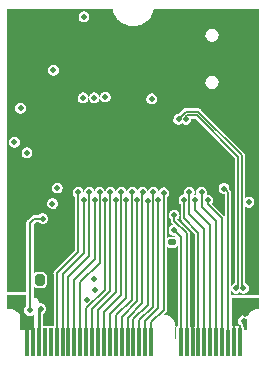
<source format=gbr>
G04 #@! TF.GenerationSoftware,KiCad,Pcbnew,(6.0.1)*
G04 #@! TF.CreationDate,2022-02-18T21:00:09+08:00*
G04 #@! TF.ProjectId,STM32_FOC_Board,53544d33-325f-4464-9f43-5f426f617264,rev?*
G04 #@! TF.SameCoordinates,Original*
G04 #@! TF.FileFunction,Copper,L4,Bot*
G04 #@! TF.FilePolarity,Positive*
%FSLAX46Y46*%
G04 Gerber Fmt 4.6, Leading zero omitted, Abs format (unit mm)*
G04 Created by KiCad (PCBNEW (6.0.1)) date 2022-02-18 21:00:09*
%MOMM*%
%LPD*%
G01*
G04 APERTURE LIST*
G04 Aperture macros list*
%AMRoundRect*
0 Rectangle with rounded corners*
0 $1 Rounding radius*
0 $2 $3 $4 $5 $6 $7 $8 $9 X,Y pos of 4 corners*
0 Add a 4 corners polygon primitive as box body*
4,1,4,$2,$3,$4,$5,$6,$7,$8,$9,$2,$3,0*
0 Add four circle primitives for the rounded corners*
1,1,$1+$1,$2,$3*
1,1,$1+$1,$4,$5*
1,1,$1+$1,$6,$7*
1,1,$1+$1,$8,$9*
0 Add four rect primitives between the rounded corners*
20,1,$1+$1,$2,$3,$4,$5,0*
20,1,$1+$1,$4,$5,$6,$7,0*
20,1,$1+$1,$6,$7,$8,$9,0*
20,1,$1+$1,$8,$9,$2,$3,0*%
G04 Aperture macros list end*
G04 #@! TA.AperFunction,SMDPad,CuDef*
%ADD10R,0.350000X2.346400*%
G04 #@! TD*
G04 #@! TA.AperFunction,SMDPad,CuDef*
%ADD11R,0.353800X2.308900*%
G04 #@! TD*
G04 #@! TA.AperFunction,SMDPad,CuDef*
%ADD12R,0.350000X2.371800*%
G04 #@! TD*
G04 #@! TA.AperFunction,SMDPad,CuDef*
%ADD13R,0.348600X2.371800*%
G04 #@! TD*
G04 #@! TA.AperFunction,SMDPad,CuDef*
%ADD14R,0.340600X2.371800*%
G04 #@! TD*
G04 #@! TA.AperFunction,SMDPad,CuDef*
%ADD15R,0.351400X2.371800*%
G04 #@! TD*
G04 #@! TA.AperFunction,SMDPad,CuDef*
%ADD16R,0.336800X2.371800*%
G04 #@! TD*
G04 #@! TA.AperFunction,SMDPad,CuDef*
%ADD17R,0.354200X2.371800*%
G04 #@! TD*
G04 #@! TA.AperFunction,SMDPad,CuDef*
%ADD18R,0.375000X2.371800*%
G04 #@! TD*
G04 #@! TA.AperFunction,ComponentPad*
%ADD19O,1.999000X1.000800*%
G04 #@! TD*
G04 #@! TA.AperFunction,SMDPad,CuDef*
%ADD20RoundRect,0.200000X0.200000X0.275000X-0.200000X0.275000X-0.200000X-0.275000X0.200000X-0.275000X0*%
G04 #@! TD*
G04 #@! TA.AperFunction,SMDPad,CuDef*
%ADD21RoundRect,0.140000X-0.170000X0.140000X-0.170000X-0.140000X0.170000X-0.140000X0.170000X0.140000X0*%
G04 #@! TD*
G04 #@! TA.AperFunction,ViaPad*
%ADD22C,0.508000*%
G04 #@! TD*
G04 #@! TA.AperFunction,Conductor*
%ADD23C,0.203200*%
G04 #@! TD*
G04 #@! TA.AperFunction,Conductor*
%ADD24C,0.254000*%
G04 #@! TD*
G04 #@! TA.AperFunction,Conductor*
%ADD25C,0.127000*%
G04 #@! TD*
G04 #@! TA.AperFunction,Conductor*
%ADD26C,0.177800*%
G04 #@! TD*
G04 APERTURE END LIST*
D10*
X148999999Y-110362508D03*
X148499999Y-110362508D03*
D11*
X147999999Y-110387508D03*
D10*
X147499999Y-110362508D03*
X146999999Y-110362508D03*
X146499999Y-110362508D03*
X145999999Y-110362508D03*
D12*
X145499999Y-110362508D03*
X144999999Y-110362508D03*
D13*
X144499999Y-110362508D03*
D14*
X143999999Y-110362508D03*
D15*
X141499999Y-110362508D03*
D12*
X140999999Y-110362508D03*
X140499999Y-110362508D03*
X139999999Y-110362508D03*
X139499999Y-110362508D03*
D16*
X138999999Y-110362508D03*
D17*
X138499999Y-110362508D03*
D12*
X137999999Y-110362508D03*
X137499999Y-110362508D03*
X136999999Y-110362508D03*
X136499999Y-110362508D03*
X135999999Y-110362508D03*
X135499999Y-110362508D03*
X134999999Y-110362508D03*
X134499999Y-110362508D03*
X133999999Y-110362508D03*
X133499999Y-110362508D03*
D18*
X132999999Y-110362508D03*
D12*
X132499999Y-110362508D03*
D18*
X131999999Y-110362508D03*
D12*
X131499999Y-110362508D03*
X130999999Y-110362508D03*
D19*
X148799600Y-82757000D03*
X148799600Y-89955400D03*
X145330000Y-82757000D03*
X145330000Y-89955400D03*
D20*
X132060200Y-105068100D03*
X130410200Y-105068100D03*
D21*
X143256000Y-101907400D03*
X143256000Y-102867400D03*
D22*
X132943600Y-102235000D03*
X129563710Y-86691604D03*
X146068800Y-93625600D03*
X131336800Y-98895900D03*
X133597400Y-92812800D03*
X143556000Y-108215121D03*
X129768600Y-104317800D03*
X129582500Y-99403900D03*
X131362200Y-97549200D03*
X148227800Y-95733800D03*
X147542000Y-95048000D03*
X129563710Y-89231604D03*
X133673600Y-95187500D03*
X140404600Y-87923100D03*
X149828000Y-93727200D03*
X149352000Y-108585000D03*
X129563710Y-84151604D03*
X134264400Y-87147400D03*
X144195800Y-84480400D03*
X149883710Y-96851604D03*
X136188200Y-92457200D03*
X136721600Y-91974600D03*
X139210800Y-87948500D03*
X146761200Y-94234000D03*
X143122400Y-105601500D03*
X147834383Y-91733583D03*
X149883710Y-91771604D03*
X142087600Y-83489800D03*
X150005800Y-100318300D03*
X129743200Y-102895400D03*
X133172200Y-103606600D03*
X132835400Y-108116100D03*
X132835400Y-108725700D03*
X148498922Y-92398122D03*
X143437897Y-106653597D03*
X132156200Y-83566000D03*
X142087600Y-82651600D03*
X131241800Y-91186000D03*
X149163461Y-93062661D03*
X145516600Y-84480400D03*
X137966200Y-90755400D03*
X144856200Y-84480400D03*
X143230600Y-101904800D03*
X137610600Y-89587000D03*
X149777200Y-98514900D03*
X135813800Y-82804000D03*
X149430065Y-107955318D03*
X141547600Y-89751900D03*
X149802600Y-107455700D03*
X129971800Y-107213400D03*
X136677400Y-89662000D03*
X150290479Y-106959400D03*
X130454400Y-90551000D03*
X133546600Y-97295700D03*
X129922848Y-93434900D03*
X136759700Y-105969800D03*
X130378200Y-106857800D03*
X135737600Y-89662000D03*
X132161800Y-107506500D03*
X130987800Y-94318400D03*
X133140200Y-98616500D03*
X133223000Y-87325200D03*
X132073400Y-105093500D03*
X136670800Y-104966500D03*
X136051989Y-106753711D03*
X132302000Y-99886500D03*
X131235200Y-107633500D03*
X147670600Y-97342800D03*
X146272000Y-98311700D03*
X145764000Y-97676700D03*
X145205200Y-98311700D03*
X144725078Y-97676700D03*
X144281078Y-98298000D03*
X143439400Y-99589800D03*
X143433800Y-100888800D03*
X142551400Y-97713800D03*
X142107389Y-98297511D03*
X141663389Y-97676700D03*
X141205200Y-98400100D03*
X140773400Y-97676700D03*
X140289800Y-98311700D03*
X139884400Y-97676700D03*
X139401800Y-98311700D03*
X138970000Y-97676700D03*
X138499600Y-98311700D03*
X138055600Y-97676700D03*
X137598400Y-98311700D03*
X137154400Y-97676700D03*
X136709400Y-98311700D03*
X136254533Y-97676700D03*
X135795000Y-98319800D03*
X135313962Y-97676700D03*
X149315237Y-105791000D03*
X143835200Y-91473329D03*
X144444800Y-91473329D03*
X148705637Y-105791000D03*
D23*
X131000000Y-110362500D02*
X131000000Y-109030000D01*
X148500000Y-110362500D02*
X148500000Y-108954400D01*
X131500000Y-110362500D02*
X131500000Y-109046400D01*
X149000000Y-110362500D02*
X149000000Y-108918800D01*
D24*
X132000000Y-107668300D02*
X132000000Y-110362500D01*
X132161800Y-107506500D02*
X132000000Y-107668300D01*
D23*
X131236800Y-100265900D02*
X131236800Y-107604400D01*
X132302000Y-99886500D02*
X131616200Y-99886500D01*
X131616200Y-99886500D02*
X131236800Y-100265900D01*
D25*
X148000009Y-97672195D02*
X148000009Y-110362492D01*
X147670596Y-97342808D02*
X148000009Y-97672195D01*
X147500000Y-99875000D02*
X147500000Y-110362500D01*
X146272000Y-98647000D02*
X147500000Y-99875000D01*
X146272000Y-98260900D02*
X146272000Y-98647000D01*
X145764000Y-97625900D02*
X145764000Y-98875600D01*
X145764000Y-98875600D02*
X147000000Y-100111600D01*
X147000000Y-100111600D02*
X147000000Y-110362500D01*
X145205200Y-98235500D02*
X145205200Y-99155000D01*
X145256000Y-99205800D02*
X146500000Y-100449800D01*
X146500000Y-100449800D02*
X146500000Y-110362500D01*
X145205200Y-99155000D02*
X145256000Y-99205800D01*
X144725078Y-97651300D02*
X144725078Y-99513078D01*
X146000000Y-100788000D02*
X146000000Y-110362500D01*
X144725078Y-99513078D02*
X146000000Y-100788000D01*
X144281078Y-99856478D02*
X145500000Y-101075400D01*
X145500000Y-101075400D02*
X145500000Y-110362500D01*
X144281078Y-98298000D02*
X144281078Y-99856478D01*
X143439400Y-99589800D02*
X143439400Y-100076500D01*
X143439400Y-100076500D02*
X144500000Y-101137100D01*
X144500000Y-101137100D02*
X144500000Y-110362500D01*
X143433800Y-100888800D02*
X143464300Y-100888800D01*
X143464300Y-100888800D02*
X144000000Y-101424500D01*
X144000000Y-101424500D02*
X144000000Y-110362500D01*
X142563600Y-97726000D02*
X142563600Y-107618500D01*
X142563600Y-107618500D02*
X141500000Y-108682100D01*
X142551400Y-97713800D02*
X142563600Y-97726000D01*
X141500000Y-108682100D02*
X141500000Y-110362500D01*
X142106400Y-98324900D02*
X142106400Y-107481100D01*
X141000000Y-108587500D02*
X141000000Y-110362500D01*
X142106400Y-107481100D02*
X141000000Y-108587500D01*
X141663389Y-97676700D02*
X141649200Y-97690889D01*
X141649200Y-107341400D02*
X140500000Y-108490600D01*
X141649200Y-97690889D02*
X141649200Y-107341400D01*
X140500000Y-108490600D02*
X140500000Y-110362500D01*
X140000000Y-108419100D02*
X140000000Y-110362500D01*
X141217400Y-107201700D02*
X140000000Y-108419100D01*
X141217400Y-98400100D02*
X141217400Y-107201700D01*
X139500000Y-108309500D02*
X139500000Y-110362500D01*
X140773400Y-97727500D02*
X140760200Y-97740700D01*
X140760200Y-97740700D02*
X140760200Y-107049300D01*
X140760200Y-107049300D02*
X139500000Y-108309500D01*
X140303000Y-106896900D02*
X139000000Y-108199900D01*
X139000000Y-108199900D02*
X139000000Y-110362500D01*
X140289800Y-98413300D02*
X140303000Y-98426500D01*
X140303000Y-98426500D02*
X140303000Y-106896900D01*
X139845800Y-106744500D02*
X138500000Y-108090300D01*
X139845800Y-97766100D02*
X139845800Y-106744500D01*
X139884400Y-97727500D02*
X139845800Y-97766100D01*
X138500000Y-108090300D02*
X138500000Y-110362500D01*
X139388600Y-106592100D02*
X138000000Y-107980700D01*
X139388600Y-98426500D02*
X139388600Y-106592100D01*
X138000000Y-107980700D02*
X138000000Y-110362500D01*
X139401800Y-98413300D02*
X139388600Y-98426500D01*
X137500000Y-107794900D02*
X137500000Y-110362500D01*
X138956800Y-97791500D02*
X138956800Y-106338100D01*
X138956800Y-106338100D02*
X137500000Y-107794900D01*
X138970000Y-97778300D02*
X138956800Y-97791500D01*
X138525000Y-98413300D02*
X138525000Y-106134900D01*
X138525000Y-106134900D02*
X137000000Y-107659900D01*
X138499600Y-98387900D02*
X138525000Y-98413300D01*
X137000000Y-107659900D02*
X137000000Y-110362500D01*
X138055600Y-97752900D02*
X138042400Y-97766100D01*
X138042400Y-105982500D02*
X136500000Y-107524900D01*
X136500000Y-107524900D02*
X136500000Y-110362500D01*
X138042400Y-97766100D02*
X138042400Y-105982500D01*
X137598400Y-98413300D02*
X137585200Y-98426500D01*
X136000000Y-107478800D02*
X136000000Y-110362500D01*
X137585200Y-105893600D02*
X136000000Y-107478800D01*
X137585200Y-98426500D02*
X137585200Y-105893600D01*
X137153400Y-103620300D02*
X135500000Y-105273700D01*
X135500000Y-105273700D02*
X135500000Y-110362500D01*
X137154400Y-97809989D02*
X137153400Y-97810989D01*
X137153400Y-97810989D02*
X137153400Y-103620300D01*
X136721600Y-103340900D02*
X135000000Y-105062500D01*
X136721600Y-98400100D02*
X136721600Y-103340900D01*
X136709400Y-98387900D02*
X136721600Y-98400100D01*
X135000000Y-105062500D02*
X135000000Y-110362500D01*
X136254533Y-97676700D02*
X136239000Y-97692233D01*
X134500000Y-104825900D02*
X134500000Y-110362500D01*
X136239000Y-103086900D02*
X134500000Y-104825900D01*
X136239000Y-97692233D02*
X136239000Y-103086900D01*
X135788400Y-102826300D02*
X134000000Y-104614700D01*
X135795000Y-98319800D02*
X135788400Y-98326400D01*
X135788400Y-98326400D02*
X135788400Y-102826300D01*
X134000000Y-104614700D02*
X134000000Y-110362500D01*
X135324600Y-102693200D02*
X133500000Y-104517800D01*
X135324600Y-97687338D02*
X135324600Y-102693200D01*
X133500000Y-104517800D02*
X133500000Y-110362500D01*
X135313962Y-97676700D02*
X135324600Y-97687338D01*
D26*
X145445646Y-90830880D02*
X144423920Y-90830880D01*
X144423920Y-90830880D02*
X143835200Y-91419600D01*
X149150137Y-94535371D02*
X145445646Y-90830880D01*
X149315237Y-105791000D02*
X149150137Y-105625900D01*
X149150137Y-105625900D02*
X149150137Y-94535371D01*
X143835200Y-91419600D02*
X143835200Y-91473329D01*
X148870737Y-94651103D02*
X145354834Y-91135200D01*
X144549454Y-91135200D02*
X144444800Y-91239854D01*
X144444800Y-91239854D02*
X144444800Y-91473329D01*
X148870737Y-105625900D02*
X148870737Y-94651103D01*
X145354834Y-91135200D02*
X144549454Y-91135200D01*
X148705637Y-105791000D02*
X148870737Y-105625900D01*
G04 #@! TA.AperFunction,Conductor*
G36*
X130862394Y-106356406D02*
G01*
X130880700Y-106400600D01*
X130880700Y-107243020D01*
X130865046Y-107284393D01*
X130805822Y-107351451D01*
X130803930Y-107355481D01*
X130745811Y-107479269D01*
X130745810Y-107479272D01*
X130743919Y-107483300D01*
X130721509Y-107627224D01*
X130740395Y-107771652D01*
X130799059Y-107904974D01*
X130892783Y-108016473D01*
X130896488Y-108018939D01*
X130896490Y-108018941D01*
X130979080Y-108073917D01*
X131014034Y-108097184D01*
X131153064Y-108140621D01*
X131157514Y-108140703D01*
X131157517Y-108140703D01*
X131294252Y-108143209D01*
X131294255Y-108143209D01*
X131298698Y-108143290D01*
X131302989Y-108142120D01*
X131302990Y-108142120D01*
X131353970Y-108128221D01*
X131439226Y-108104977D01*
X131443017Y-108102649D01*
X131443020Y-108102648D01*
X131518067Y-108056569D01*
X131523298Y-108053357D01*
X131570537Y-108045833D01*
X131609262Y-108073917D01*
X131618500Y-108106619D01*
X131618500Y-108989900D01*
X131607967Y-109024623D01*
X131576185Y-109072188D01*
X131572765Y-109077307D01*
X131557999Y-109151541D01*
X131557999Y-109247400D01*
X131539693Y-109291594D01*
X131495499Y-109309900D01*
X130471500Y-109309900D01*
X130427306Y-109291594D01*
X130409000Y-109247400D01*
X130409000Y-108397691D01*
X130410148Y-108385766D01*
X130412980Y-108371194D01*
X130414024Y-108365825D01*
X130411903Y-108352434D01*
X130411344Y-108347782D01*
X130409209Y-108321754D01*
X130409000Y-108316644D01*
X130409000Y-108311218D01*
X130408277Y-108307120D01*
X130407537Y-108301379D01*
X130400036Y-108209943D01*
X130399782Y-108206846D01*
X130370779Y-108106148D01*
X130356499Y-108056569D01*
X130356498Y-108056567D01*
X130355639Y-108053584D01*
X130282129Y-107912042D01*
X130276442Y-107904974D01*
X130184084Y-107790201D01*
X130182140Y-107787785D01*
X130059603Y-107685694D01*
X130056874Y-107684217D01*
X129922066Y-107611262D01*
X129922062Y-107611260D01*
X129919334Y-107609784D01*
X129821013Y-107579643D01*
X129769812Y-107563946D01*
X129769810Y-107563946D01*
X129766846Y-107563037D01*
X129701065Y-107556511D01*
X129696389Y-107555867D01*
X129671471Y-107551473D01*
X129671458Y-107551472D01*
X129668782Y-107551000D01*
X129648608Y-107551000D01*
X129642439Y-107550695D01*
X129634649Y-107549922D01*
X129626122Y-107549076D01*
X129621478Y-107548439D01*
X129608132Y-107546091D01*
X129585756Y-107550046D01*
X129574878Y-107551000D01*
X129391500Y-107551000D01*
X129347306Y-107532694D01*
X129329000Y-107488500D01*
X129329000Y-106400600D01*
X129347306Y-106356406D01*
X129391500Y-106338100D01*
X130818200Y-106338100D01*
X130862394Y-106356406D01*
G37*
G04 #@! TD.AperFunction*
G04 #@! TA.AperFunction,Conductor*
G36*
X150613121Y-106598402D02*
G01*
X150659614Y-106652058D01*
X150671000Y-106704400D01*
X150671000Y-107435000D01*
X150650998Y-107503121D01*
X150597342Y-107549614D01*
X150545000Y-107561000D01*
X150538121Y-107561000D01*
X150514610Y-107558513D01*
X150512873Y-107558450D01*
X150502092Y-107556144D01*
X150491172Y-107557665D01*
X150489998Y-107557622D01*
X150485967Y-107558030D01*
X150442878Y-107560750D01*
X150434939Y-107561000D01*
X150421218Y-107561000D01*
X150415798Y-107561956D01*
X150411384Y-107562342D01*
X150404327Y-107563184D01*
X150393449Y-107563871D01*
X150329234Y-107567925D01*
X150323187Y-107569544D01*
X150323186Y-107569544D01*
X150168000Y-107611089D01*
X150167996Y-107611090D01*
X150161954Y-107612708D01*
X150006792Y-107689602D01*
X150001846Y-107693430D01*
X150001844Y-107693431D01*
X149874793Y-107791755D01*
X149874790Y-107791757D01*
X149869842Y-107795587D01*
X149865747Y-107800316D01*
X149865744Y-107800319D01*
X149796025Y-107880836D01*
X149756484Y-107926500D01*
X149753403Y-107931942D01*
X149753401Y-107931945D01*
X149685586Y-108051736D01*
X149634620Y-108101162D01*
X149565022Y-108115188D01*
X149539835Y-108110379D01*
X149509015Y-108101162D01*
X149427934Y-108076914D01*
X149418958Y-108076859D01*
X149418957Y-108076859D01*
X149357644Y-108076485D01*
X149282279Y-108076024D01*
X149142229Y-108116051D01*
X149134642Y-108120838D01*
X149134640Y-108120839D01*
X149094896Y-108145916D01*
X149019042Y-108193776D01*
X148922622Y-108302951D01*
X148860719Y-108434800D01*
X148838309Y-108578724D01*
X148857195Y-108723152D01*
X148860810Y-108731368D01*
X148860811Y-108731371D01*
X148908633Y-108840054D01*
X148917761Y-108910461D01*
X148887374Y-108974626D01*
X148827121Y-109012177D01*
X148793304Y-109016800D01*
X148444009Y-109016800D01*
X148375888Y-108996798D01*
X148329395Y-108943142D01*
X148318009Y-108890800D01*
X148318009Y-106704400D01*
X148338011Y-106636279D01*
X148391667Y-106589786D01*
X148444009Y-106578400D01*
X150545000Y-106578400D01*
X150613121Y-106598402D01*
G37*
G04 #@! TD.AperFunction*
G04 #@! TA.AperFunction,Conductor*
G36*
X138256733Y-82172427D02*
G01*
X138259905Y-82178272D01*
X138290979Y-82324786D01*
X138377567Y-82560502D01*
X138377771Y-82560879D01*
X138377771Y-82560880D01*
X138382837Y-82570263D01*
X138496872Y-82781468D01*
X138646457Y-82983170D01*
X138710330Y-83047588D01*
X138822970Y-83161190D01*
X138822974Y-83161193D01*
X138823267Y-83161489D01*
X139023691Y-83312782D01*
X139243636Y-83433959D01*
X139244025Y-83434106D01*
X139244028Y-83434107D01*
X139255410Y-83438398D01*
X139478608Y-83522546D01*
X139603667Y-83550183D01*
X139723395Y-83576642D01*
X139723399Y-83576643D01*
X139723808Y-83576733D01*
X139974229Y-83595412D01*
X140224755Y-83578204D01*
X140225162Y-83578117D01*
X140225166Y-83578116D01*
X140324186Y-83556842D01*
X140470270Y-83525458D01*
X140600543Y-83477215D01*
X140705365Y-83438398D01*
X140705371Y-83438395D01*
X140705758Y-83438252D01*
X140926410Y-83318368D01*
X141127719Y-83168255D01*
X141305574Y-82990977D01*
X141445948Y-82804000D01*
X141456092Y-82790489D01*
X141456094Y-82790487D01*
X141456341Y-82790157D01*
X141460914Y-82781806D01*
X141561331Y-82598405D01*
X141576941Y-82569895D01*
X141628535Y-82431950D01*
X141664767Y-82335078D01*
X141664768Y-82335073D01*
X141664911Y-82334692D01*
X141699062Y-82178205D01*
X141704174Y-82170853D01*
X141710493Y-82169000D01*
X150659300Y-82169000D01*
X150667573Y-82172427D01*
X150671000Y-82180700D01*
X150671000Y-106335045D01*
X150667573Y-106343318D01*
X150659300Y-106346745D01*
X150656005Y-106346271D01*
X150640063Y-106341590D01*
X150616957Y-106334805D01*
X150616950Y-106334803D01*
X150616560Y-106334689D01*
X150616157Y-106334631D01*
X150616152Y-106334630D01*
X150571195Y-106328166D01*
X150545000Y-106324400D01*
X148444009Y-106324400D01*
X148431481Y-106325747D01*
X148390332Y-106330170D01*
X148390326Y-106330171D01*
X148390019Y-106330204D01*
X148389720Y-106330269D01*
X148389714Y-106330270D01*
X148337804Y-106341562D01*
X148337792Y-106341565D01*
X148337677Y-106341590D01*
X148311454Y-106348784D01*
X148310817Y-106349147D01*
X148310814Y-106349148D01*
X148284698Y-106364019D01*
X148275813Y-106365135D01*
X148268742Y-106359641D01*
X148267209Y-106353852D01*
X148267209Y-105986774D01*
X148270636Y-105978501D01*
X148278909Y-105975074D01*
X148287182Y-105978501D01*
X148289618Y-105982062D01*
X148313067Y-106035354D01*
X148397428Y-106135713D01*
X148398121Y-106136175D01*
X148398123Y-106136176D01*
X148414698Y-106147209D01*
X148506566Y-106208362D01*
X148631707Y-106247459D01*
X148706234Y-106248825D01*
X148761960Y-106249846D01*
X148761962Y-106249846D01*
X148762791Y-106249861D01*
X148889281Y-106215376D01*
X148890228Y-106214795D01*
X149000303Y-106147209D01*
X149000304Y-106147208D01*
X149001008Y-106146776D01*
X149002755Y-106144846D01*
X149010847Y-106141012D01*
X149017911Y-106142958D01*
X149116166Y-106208362D01*
X149241307Y-106247459D01*
X149315834Y-106248825D01*
X149371560Y-106249846D01*
X149371562Y-106249846D01*
X149372391Y-106249861D01*
X149498881Y-106215376D01*
X149499828Y-106214795D01*
X149609903Y-106147209D01*
X149609904Y-106147208D01*
X149610608Y-106146776D01*
X149698590Y-106049575D01*
X149705170Y-106035995D01*
X149755388Y-105932342D01*
X149755754Y-105931587D01*
X149765498Y-105873674D01*
X149777432Y-105802738D01*
X149777506Y-105802298D01*
X149777644Y-105791000D01*
X149769191Y-105731971D01*
X149759176Y-105662043D01*
X149759058Y-105661218D01*
X149752942Y-105647767D01*
X149705136Y-105542623D01*
X149705135Y-105542622D01*
X149704793Y-105541869D01*
X149619212Y-105442547D01*
X149618517Y-105442096D01*
X149618514Y-105442094D01*
X149509894Y-105371690D01*
X149509195Y-105371237D01*
X149451084Y-105353858D01*
X149444140Y-105348206D01*
X149442737Y-105342650D01*
X149442737Y-98860481D01*
X149446164Y-98852208D01*
X149454437Y-98848781D01*
X149462710Y-98852208D01*
X149463389Y-98852949D01*
X149468991Y-98859613D01*
X149469684Y-98860075D01*
X149469686Y-98860076D01*
X149523299Y-98895764D01*
X149578129Y-98932262D01*
X149703270Y-98971359D01*
X149777797Y-98972725D01*
X149833523Y-98973746D01*
X149833525Y-98973746D01*
X149834354Y-98973761D01*
X149960844Y-98939276D01*
X150064399Y-98875694D01*
X150071866Y-98871109D01*
X150071867Y-98871108D01*
X150072571Y-98870676D01*
X150078046Y-98864628D01*
X150110855Y-98828380D01*
X150160553Y-98773475D01*
X150176360Y-98740850D01*
X150205188Y-98681347D01*
X150217717Y-98655487D01*
X150222302Y-98628238D01*
X150239395Y-98526638D01*
X150239469Y-98526198D01*
X150239607Y-98514900D01*
X150221021Y-98385118D01*
X150212951Y-98367369D01*
X150167099Y-98266523D01*
X150167098Y-98266522D01*
X150166756Y-98265769D01*
X150107665Y-98197190D01*
X150081718Y-98167077D01*
X150081717Y-98167076D01*
X150081175Y-98166447D01*
X150080480Y-98165996D01*
X150080477Y-98165994D01*
X149971857Y-98095590D01*
X149971158Y-98095137D01*
X149883634Y-98068962D01*
X149846348Y-98057811D01*
X149846346Y-98057811D01*
X149845548Y-98057572D01*
X149777704Y-98057157D01*
X149715276Y-98056776D01*
X149715275Y-98056776D01*
X149714444Y-98056771D01*
X149647314Y-98075957D01*
X149589182Y-98092571D01*
X149589181Y-98092572D01*
X149588385Y-98092799D01*
X149477505Y-98162759D01*
X149476954Y-98163382D01*
X149476949Y-98163387D01*
X149463206Y-98178948D01*
X149455161Y-98182881D01*
X149446692Y-98179972D01*
X149442737Y-98171203D01*
X149442737Y-94586265D01*
X149443371Y-94582468D01*
X149444611Y-94578855D01*
X149444541Y-94576975D01*
X149442745Y-94529147D01*
X149442737Y-94528708D01*
X149442737Y-94508160D01*
X149441918Y-94503762D01*
X149441728Y-94502059D01*
X149440563Y-94471009D01*
X149440562Y-94471006D01*
X149440522Y-94469930D01*
X149432376Y-94450971D01*
X149431624Y-94448494D01*
X149428045Y-94429274D01*
X149427847Y-94428211D01*
X149410975Y-94400839D01*
X149410185Y-94399319D01*
X149397818Y-94370534D01*
X149397494Y-94369779D01*
X149393585Y-94365020D01*
X149382330Y-94353765D01*
X149380643Y-94351631D01*
X149371217Y-94336339D01*
X149370651Y-94335421D01*
X149343463Y-94314746D01*
X149342271Y-94313706D01*
X145688534Y-90659969D01*
X145686299Y-90656839D01*
X145684619Y-90653403D01*
X145648138Y-90619562D01*
X145647822Y-90619257D01*
X145633304Y-90604739D01*
X145629615Y-90602209D01*
X145628280Y-90601141D01*
X145605499Y-90580008D01*
X145605497Y-90580007D01*
X145604706Y-90579273D01*
X145603703Y-90578873D01*
X145603700Y-90578871D01*
X145585539Y-90571626D01*
X145583262Y-90570411D01*
X145566243Y-90558736D01*
X145534956Y-90551311D01*
X145533331Y-90550797D01*
X145507406Y-90540454D01*
X145504228Y-90539186D01*
X145504227Y-90539186D01*
X145503463Y-90538881D01*
X145499486Y-90538491D01*
X145497622Y-90538308D01*
X145497617Y-90538308D01*
X145497334Y-90538280D01*
X145481416Y-90538280D01*
X145478714Y-90537964D01*
X145477375Y-90537646D01*
X145472130Y-90536401D01*
X145461237Y-90533816D01*
X145461236Y-90533816D01*
X145460187Y-90533567D01*
X145428655Y-90537858D01*
X145426343Y-90538173D01*
X145424765Y-90538280D01*
X144474817Y-90538280D01*
X144471020Y-90537646D01*
X144467404Y-90536405D01*
X144466329Y-90536445D01*
X144466327Y-90536445D01*
X144417670Y-90538272D01*
X144417231Y-90538280D01*
X144396709Y-90538280D01*
X144396183Y-90538378D01*
X144392318Y-90539098D01*
X144390614Y-90539288D01*
X144382995Y-90539574D01*
X144358480Y-90540494D01*
X144357489Y-90540920D01*
X144357488Y-90540920D01*
X144339518Y-90548641D01*
X144337042Y-90549393D01*
X144316760Y-90553170D01*
X144315840Y-90553737D01*
X144289391Y-90570040D01*
X144287871Y-90570830D01*
X144271559Y-90577838D01*
X144258328Y-90583523D01*
X144257691Y-90584046D01*
X144257688Y-90584048D01*
X144254086Y-90587007D01*
X144253570Y-90587431D01*
X144242314Y-90598687D01*
X144240180Y-90600374D01*
X144237992Y-90601723D01*
X144223970Y-90610366D01*
X144216977Y-90619562D01*
X144203295Y-90637555D01*
X144202255Y-90638746D01*
X143828934Y-91012067D01*
X143820590Y-91015494D01*
X143773276Y-91015205D01*
X143773275Y-91015205D01*
X143772444Y-91015200D01*
X143693930Y-91037640D01*
X143647182Y-91051000D01*
X143647181Y-91051001D01*
X143646385Y-91051228D01*
X143535505Y-91121188D01*
X143534957Y-91121809D01*
X143534953Y-91121812D01*
X143489149Y-91173677D01*
X143448717Y-91219457D01*
X143392998Y-91338134D01*
X143372828Y-91467680D01*
X143389827Y-91597679D01*
X143442630Y-91717683D01*
X143526991Y-91818042D01*
X143527684Y-91818504D01*
X143527686Y-91818505D01*
X143544261Y-91829538D01*
X143636129Y-91890691D01*
X143761270Y-91929788D01*
X143835797Y-91931154D01*
X143891523Y-91932175D01*
X143891525Y-91932175D01*
X143892354Y-91932190D01*
X144018844Y-91897705D01*
X144130571Y-91829105D01*
X144132318Y-91827175D01*
X144140410Y-91823341D01*
X144147474Y-91825287D01*
X144245729Y-91890691D01*
X144370870Y-91929788D01*
X144445397Y-91931154D01*
X144501123Y-91932175D01*
X144501125Y-91932175D01*
X144501954Y-91932190D01*
X144628444Y-91897705D01*
X144740171Y-91829105D01*
X144828153Y-91731904D01*
X144834733Y-91718324D01*
X144884951Y-91614671D01*
X144885317Y-91613916D01*
X144907069Y-91484627D01*
X144907207Y-91473329D01*
X144906281Y-91466859D01*
X144902600Y-91441159D01*
X144904820Y-91432483D01*
X144912523Y-91427918D01*
X144914182Y-91427800D01*
X145228789Y-91427800D01*
X145237062Y-91431227D01*
X148574710Y-94768875D01*
X148578137Y-94777148D01*
X148578137Y-105342550D01*
X148574710Y-105350823D01*
X148569652Y-105353800D01*
X148517619Y-105368671D01*
X148517618Y-105368672D01*
X148516822Y-105368899D01*
X148405942Y-105438859D01*
X148405394Y-105439480D01*
X148405390Y-105439483D01*
X148359586Y-105491348D01*
X148319154Y-105537128D01*
X148318800Y-105537882D01*
X148289500Y-105600289D01*
X148282882Y-105606322D01*
X148273937Y-105605908D01*
X148267904Y-105599290D01*
X148267209Y-105595317D01*
X148267209Y-97699662D01*
X148267434Y-97697380D01*
X148272220Y-97673315D01*
X148272445Y-97672184D01*
X148272057Y-97670230D01*
X148257242Y-97595771D01*
X148256176Y-97590414D01*
X148251706Y-97567939D01*
X148251703Y-97567935D01*
X148251702Y-97567929D01*
X148247524Y-97561676D01*
X148225353Y-97528499D01*
X148193289Y-97480510D01*
X148193288Y-97480509D01*
X148192650Y-97479554D01*
X148171290Y-97465282D01*
X148169517Y-97463827D01*
X148126610Y-97420923D01*
X148123183Y-97412650D01*
X148123345Y-97410709D01*
X148132795Y-97354538D01*
X148132869Y-97354098D01*
X148133007Y-97342800D01*
X148132081Y-97336330D01*
X148114539Y-97213843D01*
X148114421Y-97213018D01*
X148114076Y-97212259D01*
X148060499Y-97094423D01*
X148060498Y-97094422D01*
X148060156Y-97093669D01*
X147974575Y-96994347D01*
X147973880Y-96993896D01*
X147973877Y-96993894D01*
X147865257Y-96923490D01*
X147864558Y-96923037D01*
X147801753Y-96904254D01*
X147739748Y-96885711D01*
X147739746Y-96885711D01*
X147738948Y-96885472D01*
X147671104Y-96885057D01*
X147608676Y-96884676D01*
X147608675Y-96884676D01*
X147607844Y-96884671D01*
X147529330Y-96907111D01*
X147482582Y-96920471D01*
X147482581Y-96920472D01*
X147481785Y-96920699D01*
X147370905Y-96990659D01*
X147370357Y-96991280D01*
X147370353Y-96991283D01*
X147367091Y-96994977D01*
X147284117Y-97088928D01*
X147228398Y-97207605D01*
X147208228Y-97337151D01*
X147225227Y-97467150D01*
X147225563Y-97467913D01*
X147225563Y-97467914D01*
X147258911Y-97543702D01*
X147278030Y-97587154D01*
X147320211Y-97637334D01*
X147349506Y-97672184D01*
X147362391Y-97687513D01*
X147363084Y-97687975D01*
X147363086Y-97687976D01*
X147459132Y-97751910D01*
X147471529Y-97760162D01*
X147596670Y-97799259D01*
X147721323Y-97801543D01*
X147729532Y-97805121D01*
X147732809Y-97813241D01*
X147732809Y-99703906D01*
X147729382Y-99712179D01*
X147721109Y-99715606D01*
X147712836Y-99712179D01*
X147711381Y-99710406D01*
X147693281Y-99683317D01*
X147692641Y-99682359D01*
X147671284Y-99668089D01*
X147669511Y-99666634D01*
X146624171Y-98621293D01*
X146620744Y-98613020D01*
X146623770Y-98605169D01*
X146654790Y-98570898D01*
X146654793Y-98570894D01*
X146655353Y-98570275D01*
X146668881Y-98542354D01*
X146695436Y-98487543D01*
X146712517Y-98452287D01*
X146723946Y-98384359D01*
X146734195Y-98323438D01*
X146734269Y-98322998D01*
X146734407Y-98311700D01*
X146731519Y-98291530D01*
X146715939Y-98182743D01*
X146715821Y-98181918D01*
X146708581Y-98165994D01*
X146661899Y-98063323D01*
X146661898Y-98063322D01*
X146661556Y-98062569D01*
X146657246Y-98057567D01*
X146576518Y-97963877D01*
X146576517Y-97963876D01*
X146575975Y-97963247D01*
X146575280Y-97962796D01*
X146575277Y-97962794D01*
X146466657Y-97892390D01*
X146465958Y-97891937D01*
X146393344Y-97870221D01*
X146341148Y-97854611D01*
X146341146Y-97854611D01*
X146340348Y-97854372D01*
X146272504Y-97853957D01*
X146210076Y-97853576D01*
X146210075Y-97853576D01*
X146209244Y-97853571D01*
X146208445Y-97853799D01*
X146207616Y-97853913D01*
X146207584Y-97853679D01*
X146199600Y-97852759D01*
X146194035Y-97845743D01*
X146194757Y-97837432D01*
X146195007Y-97836916D01*
X146204517Y-97817287D01*
X146207121Y-97801813D01*
X146226195Y-97688438D01*
X146226269Y-97687998D01*
X146226407Y-97676700D01*
X146225481Y-97670230D01*
X146208963Y-97554894D01*
X146207821Y-97546918D01*
X146206171Y-97543288D01*
X146153899Y-97428323D01*
X146153898Y-97428322D01*
X146153556Y-97427569D01*
X146148934Y-97422205D01*
X146068518Y-97328877D01*
X146068517Y-97328876D01*
X146067975Y-97328247D01*
X146067280Y-97327796D01*
X146067277Y-97327794D01*
X145958657Y-97257390D01*
X145957958Y-97256937D01*
X145895153Y-97238154D01*
X145833148Y-97219611D01*
X145833146Y-97219611D01*
X145832348Y-97219372D01*
X145764504Y-97218957D01*
X145702076Y-97218576D01*
X145702075Y-97218576D01*
X145701244Y-97218571D01*
X145622730Y-97241011D01*
X145575982Y-97254371D01*
X145575981Y-97254372D01*
X145575185Y-97254599D01*
X145464305Y-97324559D01*
X145463757Y-97325180D01*
X145463753Y-97325183D01*
X145431932Y-97361214D01*
X145377517Y-97422828D01*
X145321798Y-97541505D01*
X145301628Y-97671051D01*
X145318627Y-97801050D01*
X145318963Y-97801813D01*
X145318963Y-97801814D01*
X145342277Y-97854800D01*
X145342472Y-97863753D01*
X145336280Y-97870221D01*
X145328216Y-97870721D01*
X145274348Y-97854611D01*
X145274346Y-97854611D01*
X145273548Y-97854372D01*
X145246854Y-97854209D01*
X145166541Y-97853718D01*
X145158289Y-97850240D01*
X145154913Y-97841946D01*
X145156083Y-97836919D01*
X145165595Y-97817287D01*
X145168199Y-97801813D01*
X145187273Y-97688438D01*
X145187347Y-97687998D01*
X145187485Y-97676700D01*
X145186559Y-97670230D01*
X145170041Y-97554894D01*
X145168899Y-97546918D01*
X145167249Y-97543288D01*
X145114977Y-97428323D01*
X145114976Y-97428322D01*
X145114634Y-97427569D01*
X145110012Y-97422205D01*
X145029596Y-97328877D01*
X145029595Y-97328876D01*
X145029053Y-97328247D01*
X145028358Y-97327796D01*
X145028355Y-97327794D01*
X144919735Y-97257390D01*
X144919036Y-97256937D01*
X144856231Y-97238154D01*
X144794226Y-97219611D01*
X144794224Y-97219611D01*
X144793426Y-97219372D01*
X144725582Y-97218957D01*
X144663154Y-97218576D01*
X144663153Y-97218576D01*
X144662322Y-97218571D01*
X144583808Y-97241011D01*
X144537060Y-97254371D01*
X144537059Y-97254372D01*
X144536263Y-97254599D01*
X144425383Y-97324559D01*
X144424835Y-97325180D01*
X144424831Y-97325183D01*
X144393010Y-97361214D01*
X144338595Y-97422828D01*
X144282876Y-97541505D01*
X144262706Y-97671051D01*
X144279705Y-97801050D01*
X144280041Y-97801813D01*
X144280041Y-97801814D01*
X144289728Y-97823830D01*
X144289923Y-97832783D01*
X144283731Y-97839251D01*
X144278949Y-97840242D01*
X144231451Y-97839951D01*
X144219155Y-97839876D01*
X144219154Y-97839876D01*
X144218322Y-97839871D01*
X144144495Y-97860971D01*
X144093060Y-97875671D01*
X144093059Y-97875672D01*
X144092263Y-97875899D01*
X143981383Y-97945859D01*
X143980835Y-97946480D01*
X143980831Y-97946483D01*
X143957418Y-97972994D01*
X143894595Y-98044128D01*
X143838876Y-98162805D01*
X143818706Y-98292351D01*
X143835705Y-98422350D01*
X143836041Y-98423113D01*
X143836041Y-98423114D01*
X143849210Y-98453042D01*
X143888508Y-98542354D01*
X143889047Y-98542995D01*
X143960332Y-98627798D01*
X143972869Y-98642713D01*
X143973562Y-98643175D01*
X143973564Y-98643176D01*
X144008661Y-98666538D01*
X144013649Y-98673975D01*
X144013878Y-98676278D01*
X144013878Y-99829004D01*
X144013653Y-99831287D01*
X144008642Y-99856478D01*
X144008867Y-99857609D01*
X144026452Y-99946009D01*
X144029381Y-99960735D01*
X144030021Y-99961693D01*
X144038565Y-99974480D01*
X144060403Y-100007162D01*
X144088437Y-100049119D01*
X144089395Y-100049759D01*
X144109791Y-100063387D01*
X144111564Y-100064842D01*
X145229373Y-101182651D01*
X145232800Y-101190924D01*
X145232800Y-108986971D01*
X145229373Y-108995244D01*
X145227600Y-108996699D01*
X145214866Y-109005208D01*
X145178139Y-109029748D01*
X145133118Y-109097128D01*
X145121299Y-109156544D01*
X145121299Y-110071900D01*
X145117872Y-110080173D01*
X145109599Y-110083600D01*
X144889699Y-110083600D01*
X144881426Y-110080173D01*
X144877999Y-110071900D01*
X144877999Y-109156544D01*
X144866180Y-109097128D01*
X144821159Y-109029748D01*
X144772399Y-108997168D01*
X144767425Y-108989724D01*
X144767200Y-108987441D01*
X144767200Y-101164574D01*
X144767425Y-101162291D01*
X144772211Y-101138231D01*
X144772436Y-101137100D01*
X144751697Y-101032844D01*
X144737986Y-101012323D01*
X144707549Y-100966771D01*
X144693281Y-100945417D01*
X144692641Y-100944459D01*
X144671287Y-100930191D01*
X144669514Y-100928736D01*
X143715258Y-99974480D01*
X143711831Y-99966207D01*
X143715258Y-99957934D01*
X143717409Y-99956236D01*
X143734066Y-99946009D01*
X143734067Y-99946009D01*
X143734771Y-99945576D01*
X143822753Y-99848375D01*
X143829333Y-99834795D01*
X143867160Y-99756718D01*
X143879917Y-99730387D01*
X143882981Y-99712179D01*
X143901595Y-99601538D01*
X143901669Y-99601098D01*
X143901771Y-99592784D01*
X143901802Y-99590247D01*
X143901802Y-99590241D01*
X143901807Y-99589800D01*
X143900901Y-99583470D01*
X143883339Y-99460843D01*
X143883221Y-99460018D01*
X143882876Y-99459259D01*
X143829299Y-99341423D01*
X143829298Y-99341422D01*
X143828956Y-99340669D01*
X143743375Y-99241347D01*
X143742680Y-99240896D01*
X143742677Y-99240894D01*
X143634057Y-99170490D01*
X143633358Y-99170037D01*
X143570553Y-99151255D01*
X143508548Y-99132711D01*
X143508546Y-99132711D01*
X143507748Y-99132472D01*
X143439904Y-99132057D01*
X143377476Y-99131676D01*
X143377475Y-99131676D01*
X143376644Y-99131671D01*
X143298130Y-99154111D01*
X143251382Y-99167471D01*
X143251381Y-99167472D01*
X143250585Y-99167699D01*
X143139705Y-99237659D01*
X143139157Y-99238280D01*
X143139153Y-99238283D01*
X143135891Y-99241977D01*
X143052917Y-99335928D01*
X142997198Y-99454605D01*
X142977028Y-99584151D01*
X142994027Y-99714150D01*
X142994363Y-99714913D01*
X142994363Y-99714914D01*
X142994974Y-99716303D01*
X143046830Y-99834154D01*
X143064645Y-99855347D01*
X143100699Y-99898238D01*
X143131191Y-99934513D01*
X143131884Y-99934975D01*
X143131886Y-99934976D01*
X143166983Y-99958338D01*
X143171971Y-99965775D01*
X143172200Y-99968078D01*
X143172200Y-100049026D01*
X143171975Y-100051309D01*
X143166964Y-100076500D01*
X143167189Y-100077631D01*
X143186110Y-100172747D01*
X143187703Y-100180757D01*
X143204285Y-100205573D01*
X143246759Y-100269141D01*
X143247717Y-100269781D01*
X143268113Y-100283409D01*
X143269886Y-100284864D01*
X143395820Y-100410798D01*
X143399247Y-100419071D01*
X143395820Y-100427344D01*
X143387476Y-100430771D01*
X143371876Y-100430676D01*
X143371875Y-100430676D01*
X143371044Y-100430671D01*
X143292530Y-100453111D01*
X143245782Y-100466471D01*
X143245781Y-100466472D01*
X143244985Y-100466699D01*
X143134105Y-100536659D01*
X143133557Y-100537280D01*
X143133553Y-100537283D01*
X143108789Y-100565324D01*
X143047317Y-100634928D01*
X142991598Y-100753605D01*
X142971428Y-100883151D01*
X142988427Y-101013150D01*
X142988763Y-101013913D01*
X142988763Y-101013914D01*
X142997590Y-101033974D01*
X143041230Y-101133154D01*
X143041769Y-101133795D01*
X143124201Y-101231859D01*
X143125591Y-101233513D01*
X143126284Y-101233975D01*
X143126286Y-101233976D01*
X143173031Y-101265092D01*
X143234729Y-101306162D01*
X143359870Y-101345259D01*
X143434397Y-101346625D01*
X143490123Y-101347646D01*
X143490125Y-101347646D01*
X143490954Y-101347661D01*
X143496204Y-101346230D01*
X143527096Y-101337808D01*
X143535979Y-101338938D01*
X143538446Y-101340823D01*
X143729373Y-101531750D01*
X143732800Y-101540023D01*
X143732800Y-101560291D01*
X143729373Y-101568564D01*
X143721100Y-101571991D01*
X143712827Y-101568564D01*
X143712119Y-101567721D01*
X143711886Y-101567221D01*
X143626179Y-101481514D01*
X143625257Y-101481084D01*
X143625254Y-101481082D01*
X143517139Y-101430668D01*
X143517138Y-101430668D01*
X143516328Y-101430290D01*
X143515441Y-101430173D01*
X143515440Y-101430173D01*
X143492431Y-101427144D01*
X143466272Y-101423700D01*
X143045728Y-101423700D01*
X143019569Y-101427144D01*
X142996560Y-101430173D01*
X142996559Y-101430173D01*
X142995672Y-101430290D01*
X142994862Y-101430668D01*
X142994861Y-101430668D01*
X142886746Y-101481082D01*
X142886743Y-101481084D01*
X142885821Y-101481514D01*
X142850773Y-101516562D01*
X142842500Y-101519989D01*
X142834227Y-101516562D01*
X142830800Y-101508289D01*
X142830800Y-98085928D01*
X142834227Y-98077655D01*
X142836378Y-98075957D01*
X142846066Y-98070009D01*
X142846067Y-98070008D01*
X142846771Y-98069576D01*
X142853114Y-98062569D01*
X142890946Y-98020772D01*
X142934753Y-97972375D01*
X142939176Y-97963247D01*
X142984003Y-97870721D01*
X142991917Y-97854387D01*
X142992152Y-97852994D01*
X143013595Y-97725538D01*
X143013669Y-97725098D01*
X143013738Y-97719449D01*
X143013802Y-97714247D01*
X143013802Y-97714241D01*
X143013807Y-97713800D01*
X143013636Y-97712602D01*
X142996904Y-97595771D01*
X142995221Y-97584018D01*
X142994876Y-97583259D01*
X142941299Y-97465423D01*
X142941298Y-97465422D01*
X142940956Y-97464669D01*
X142940415Y-97464041D01*
X142855918Y-97365977D01*
X142855917Y-97365976D01*
X142855375Y-97365347D01*
X142854680Y-97364896D01*
X142854677Y-97364894D01*
X142746057Y-97294490D01*
X142745358Y-97294037D01*
X142622818Y-97257390D01*
X142620548Y-97256711D01*
X142620546Y-97256711D01*
X142619748Y-97256472D01*
X142551904Y-97256057D01*
X142489476Y-97255676D01*
X142489475Y-97255676D01*
X142488644Y-97255671D01*
X142410130Y-97278111D01*
X142363382Y-97291471D01*
X142363381Y-97291472D01*
X142362585Y-97291699D01*
X142251705Y-97361659D01*
X142251157Y-97362280D01*
X142251153Y-97362283D01*
X142247891Y-97365977D01*
X142164917Y-97459928D01*
X142164563Y-97460682D01*
X142126269Y-97542245D01*
X142119651Y-97548278D01*
X142110706Y-97547864D01*
X142105027Y-97542116D01*
X142053288Y-97428323D01*
X142053287Y-97428322D01*
X142052945Y-97427569D01*
X142048323Y-97422205D01*
X141967907Y-97328877D01*
X141967906Y-97328876D01*
X141967364Y-97328247D01*
X141966669Y-97327796D01*
X141966666Y-97327794D01*
X141858046Y-97257390D01*
X141857347Y-97256937D01*
X141794542Y-97238154D01*
X141732537Y-97219611D01*
X141732535Y-97219611D01*
X141731737Y-97219372D01*
X141663893Y-97218957D01*
X141601465Y-97218576D01*
X141601464Y-97218576D01*
X141600633Y-97218571D01*
X141522119Y-97241011D01*
X141475371Y-97254371D01*
X141475370Y-97254372D01*
X141474574Y-97254599D01*
X141363694Y-97324559D01*
X141363146Y-97325180D01*
X141363142Y-97325183D01*
X141331321Y-97361214D01*
X141276906Y-97422828D01*
X141276552Y-97423582D01*
X141228683Y-97525538D01*
X141222065Y-97531571D01*
X141213120Y-97531157D01*
X141207441Y-97525409D01*
X141207014Y-97524468D01*
X141162956Y-97427569D01*
X141158334Y-97422205D01*
X141077918Y-97328877D01*
X141077917Y-97328876D01*
X141077375Y-97328247D01*
X141076680Y-97327796D01*
X141076677Y-97327794D01*
X140968057Y-97257390D01*
X140967358Y-97256937D01*
X140904553Y-97238154D01*
X140842548Y-97219611D01*
X140842546Y-97219611D01*
X140841748Y-97219372D01*
X140773904Y-97218957D01*
X140711476Y-97218576D01*
X140711475Y-97218576D01*
X140710644Y-97218571D01*
X140632130Y-97241011D01*
X140585382Y-97254371D01*
X140585381Y-97254372D01*
X140584585Y-97254599D01*
X140473705Y-97324559D01*
X140473157Y-97325180D01*
X140473153Y-97325183D01*
X140441332Y-97361214D01*
X140386917Y-97422828D01*
X140339258Y-97524339D01*
X140339197Y-97524468D01*
X140332579Y-97530501D01*
X140323634Y-97530087D01*
X140317955Y-97524339D01*
X140274299Y-97428323D01*
X140274298Y-97428322D01*
X140273956Y-97427569D01*
X140269334Y-97422205D01*
X140188918Y-97328877D01*
X140188917Y-97328876D01*
X140188375Y-97328247D01*
X140187680Y-97327796D01*
X140187677Y-97327794D01*
X140079057Y-97257390D01*
X140078358Y-97256937D01*
X140015553Y-97238154D01*
X139953548Y-97219611D01*
X139953546Y-97219611D01*
X139952748Y-97219372D01*
X139884904Y-97218957D01*
X139822476Y-97218576D01*
X139822475Y-97218576D01*
X139821644Y-97218571D01*
X139743130Y-97241011D01*
X139696382Y-97254371D01*
X139696381Y-97254372D01*
X139695585Y-97254599D01*
X139584705Y-97324559D01*
X139584157Y-97325180D01*
X139584153Y-97325183D01*
X139552332Y-97361214D01*
X139497917Y-97422828D01*
X139442198Y-97541505D01*
X139440845Y-97550192D01*
X139439057Y-97561676D01*
X139434398Y-97569324D01*
X139425696Y-97571437D01*
X139418048Y-97566778D01*
X139415914Y-97561534D01*
X139414963Y-97554894D01*
X139413821Y-97546918D01*
X139412171Y-97543288D01*
X139359899Y-97428323D01*
X139359898Y-97428322D01*
X139359556Y-97427569D01*
X139354934Y-97422205D01*
X139274518Y-97328877D01*
X139274517Y-97328876D01*
X139273975Y-97328247D01*
X139273280Y-97327796D01*
X139273277Y-97327794D01*
X139164657Y-97257390D01*
X139163958Y-97256937D01*
X139101153Y-97238154D01*
X139039148Y-97219611D01*
X139039146Y-97219611D01*
X139038348Y-97219372D01*
X138970504Y-97218957D01*
X138908076Y-97218576D01*
X138908075Y-97218576D01*
X138907244Y-97218571D01*
X138828730Y-97241011D01*
X138781982Y-97254371D01*
X138781981Y-97254372D01*
X138781185Y-97254599D01*
X138670305Y-97324559D01*
X138669757Y-97325180D01*
X138669753Y-97325183D01*
X138637932Y-97361214D01*
X138583517Y-97422828D01*
X138527798Y-97541505D01*
X138526445Y-97550192D01*
X138524657Y-97561676D01*
X138519998Y-97569324D01*
X138511296Y-97571437D01*
X138503648Y-97566778D01*
X138501514Y-97561534D01*
X138500563Y-97554894D01*
X138499421Y-97546918D01*
X138497771Y-97543288D01*
X138445499Y-97428323D01*
X138445498Y-97428322D01*
X138445156Y-97427569D01*
X138440534Y-97422205D01*
X138360118Y-97328877D01*
X138360117Y-97328876D01*
X138359575Y-97328247D01*
X138358880Y-97327796D01*
X138358877Y-97327794D01*
X138250257Y-97257390D01*
X138249558Y-97256937D01*
X138186753Y-97238154D01*
X138124748Y-97219611D01*
X138124746Y-97219611D01*
X138123948Y-97219372D01*
X138056104Y-97218957D01*
X137993676Y-97218576D01*
X137993675Y-97218576D01*
X137992844Y-97218571D01*
X137914330Y-97241011D01*
X137867582Y-97254371D01*
X137867581Y-97254372D01*
X137866785Y-97254599D01*
X137755905Y-97324559D01*
X137755357Y-97325180D01*
X137755353Y-97325183D01*
X137723532Y-97361214D01*
X137669117Y-97422828D01*
X137649868Y-97463827D01*
X137615199Y-97537669D01*
X137608581Y-97543702D01*
X137599636Y-97543288D01*
X137593957Y-97537540D01*
X137544299Y-97428323D01*
X137544298Y-97428322D01*
X137543956Y-97427569D01*
X137539334Y-97422205D01*
X137458918Y-97328877D01*
X137458917Y-97328876D01*
X137458375Y-97328247D01*
X137457680Y-97327796D01*
X137457677Y-97327794D01*
X137349057Y-97257390D01*
X137348358Y-97256937D01*
X137285553Y-97238154D01*
X137223548Y-97219611D01*
X137223546Y-97219611D01*
X137222748Y-97219372D01*
X137154904Y-97218957D01*
X137092476Y-97218576D01*
X137092475Y-97218576D01*
X137091644Y-97218571D01*
X137013130Y-97241011D01*
X136966382Y-97254371D01*
X136966381Y-97254372D01*
X136965585Y-97254599D01*
X136854705Y-97324559D01*
X136854157Y-97325180D01*
X136854153Y-97325183D01*
X136822332Y-97361214D01*
X136767917Y-97422828D01*
X136767563Y-97423582D01*
X136714676Y-97536227D01*
X136708058Y-97542260D01*
X136699113Y-97541846D01*
X136693434Y-97536098D01*
X136691188Y-97531157D01*
X136644089Y-97427569D01*
X136639467Y-97422205D01*
X136559051Y-97328877D01*
X136559050Y-97328876D01*
X136558508Y-97328247D01*
X136557813Y-97327796D01*
X136557810Y-97327794D01*
X136449190Y-97257390D01*
X136448491Y-97256937D01*
X136385686Y-97238154D01*
X136323681Y-97219611D01*
X136323679Y-97219611D01*
X136322881Y-97219372D01*
X136255037Y-97218957D01*
X136192609Y-97218576D01*
X136192608Y-97218576D01*
X136191777Y-97218571D01*
X136113263Y-97241011D01*
X136066515Y-97254371D01*
X136066514Y-97254372D01*
X136065718Y-97254599D01*
X135954838Y-97324559D01*
X135954290Y-97325180D01*
X135954286Y-97325183D01*
X135922465Y-97361214D01*
X135868050Y-97422828D01*
X135812331Y-97541505D01*
X135808396Y-97566778D01*
X135795558Y-97649232D01*
X135790899Y-97656879D01*
X135782197Y-97658993D01*
X135774550Y-97654334D01*
X135772415Y-97649091D01*
X135771172Y-97640413D01*
X135757783Y-97546918D01*
X135756133Y-97543288D01*
X135703861Y-97428323D01*
X135703860Y-97428322D01*
X135703518Y-97427569D01*
X135698896Y-97422205D01*
X135618480Y-97328877D01*
X135618479Y-97328876D01*
X135617937Y-97328247D01*
X135617242Y-97327796D01*
X135617239Y-97327794D01*
X135508619Y-97257390D01*
X135507920Y-97256937D01*
X135445115Y-97238154D01*
X135383110Y-97219611D01*
X135383108Y-97219611D01*
X135382310Y-97219372D01*
X135314466Y-97218957D01*
X135252038Y-97218576D01*
X135252037Y-97218576D01*
X135251206Y-97218571D01*
X135172692Y-97241011D01*
X135125944Y-97254371D01*
X135125943Y-97254372D01*
X135125147Y-97254599D01*
X135014267Y-97324559D01*
X135013719Y-97325180D01*
X135013715Y-97325183D01*
X134981894Y-97361214D01*
X134927479Y-97422828D01*
X134871760Y-97541505D01*
X134851590Y-97671051D01*
X134868589Y-97801050D01*
X134868925Y-97801813D01*
X134868925Y-97801814D01*
X134892390Y-97855142D01*
X134921392Y-97921054D01*
X135005753Y-98021413D01*
X135006446Y-98021875D01*
X135006448Y-98021876D01*
X135032258Y-98039056D01*
X135039878Y-98044128D01*
X135052183Y-98052319D01*
X135057171Y-98059756D01*
X135057400Y-98062059D01*
X135057400Y-102577676D01*
X135053973Y-102585949D01*
X133330486Y-104309436D01*
X133328713Y-104310891D01*
X133307359Y-104325159D01*
X133292451Y-104347471D01*
X133248303Y-104413543D01*
X133248078Y-104414672D01*
X133248078Y-104414673D01*
X133238449Y-104463080D01*
X133227564Y-104517800D01*
X133227789Y-104518931D01*
X133232575Y-104542991D01*
X133232800Y-104545274D01*
X133232800Y-108963672D01*
X133229373Y-108971945D01*
X133221100Y-108975372D01*
X133218821Y-108975147D01*
X133211373Y-108973666D01*
X133208132Y-108973021D01*
X133208130Y-108973021D01*
X133207563Y-108972908D01*
X132792435Y-108972908D01*
X132791868Y-108973021D01*
X132791866Y-108973021D01*
X132767200Y-108977928D01*
X132746031Y-108982139D01*
X132741467Y-108982139D01*
X132720298Y-108977928D01*
X132695632Y-108973021D01*
X132695630Y-108973021D01*
X132695063Y-108972908D01*
X132342400Y-108972908D01*
X132334127Y-108969481D01*
X132330700Y-108961208D01*
X132330700Y-107943833D01*
X132334127Y-107935560D01*
X132339323Y-107932545D01*
X132340892Y-107932117D01*
X132345444Y-107930876D01*
X132457171Y-107862276D01*
X132545153Y-107765075D01*
X132602317Y-107647087D01*
X132618518Y-107550795D01*
X132623995Y-107518238D01*
X132624069Y-107517798D01*
X132624207Y-107506500D01*
X132605621Y-107376718D01*
X132605276Y-107375959D01*
X132551699Y-107258123D01*
X132551698Y-107258122D01*
X132551356Y-107257369D01*
X132504561Y-107203060D01*
X132466318Y-107158677D01*
X132466317Y-107158676D01*
X132465775Y-107158047D01*
X132465080Y-107157596D01*
X132465077Y-107157594D01*
X132356457Y-107087190D01*
X132355758Y-107086737D01*
X132290892Y-107067338D01*
X132230948Y-107049411D01*
X132230946Y-107049411D01*
X132230148Y-107049172D01*
X132162304Y-107048757D01*
X132099876Y-107048376D01*
X132099875Y-107048376D01*
X132099044Y-107048371D01*
X132040968Y-107064969D01*
X131993315Y-107078588D01*
X131984419Y-107077566D01*
X131978850Y-107070553D01*
X131978400Y-107067338D01*
X131978400Y-106897388D01*
X131959065Y-106800185D01*
X131940759Y-106755991D01*
X131885699Y-106673589D01*
X131879199Y-106667089D01*
X131796797Y-106612029D01*
X131752603Y-106593723D01*
X131655399Y-106574388D01*
X131654268Y-106574613D01*
X131558764Y-106593610D01*
X131558762Y-106593611D01*
X131558197Y-106593723D01*
X131557665Y-106593944D01*
X131557195Y-106594086D01*
X131548283Y-106593207D01*
X131542603Y-106586284D01*
X131542100Y-106582889D01*
X131542100Y-105624164D01*
X131545527Y-105615891D01*
X131553800Y-105612464D01*
X131562073Y-105615891D01*
X131619953Y-105673771D01*
X131733895Y-105731827D01*
X131828430Y-105746800D01*
X132291970Y-105746800D01*
X132386505Y-105731827D01*
X132500447Y-105673771D01*
X132590871Y-105583347D01*
X132648927Y-105469405D01*
X132663900Y-105374870D01*
X132663900Y-104761330D01*
X132648927Y-104666795D01*
X132590871Y-104552853D01*
X132500447Y-104462429D01*
X132386505Y-104404373D01*
X132291970Y-104389400D01*
X131828430Y-104389400D01*
X131733895Y-104404373D01*
X131619953Y-104462429D01*
X131562073Y-104520309D01*
X131553800Y-104523736D01*
X131545527Y-104520309D01*
X131542100Y-104512036D01*
X131542100Y-100397205D01*
X131545527Y-100388932D01*
X131739233Y-100195227D01*
X131747506Y-100191800D01*
X131955212Y-100191800D01*
X131963485Y-100195227D01*
X131964167Y-100195971D01*
X131993791Y-100231213D01*
X131994484Y-100231675D01*
X131994486Y-100231676D01*
X132066287Y-100279471D01*
X132102929Y-100303862D01*
X132228070Y-100342959D01*
X132302597Y-100344325D01*
X132358323Y-100345346D01*
X132358325Y-100345346D01*
X132359154Y-100345361D01*
X132485644Y-100310876D01*
X132529337Y-100284049D01*
X132596666Y-100242709D01*
X132596667Y-100242708D01*
X132597371Y-100242276D01*
X132598132Y-100241436D01*
X132639283Y-100195972D01*
X132685353Y-100145075D01*
X132742517Y-100027087D01*
X132752825Y-99965822D01*
X132764195Y-99898238D01*
X132764269Y-99897798D01*
X132764407Y-99886500D01*
X132745821Y-99756718D01*
X132727445Y-99716303D01*
X132691899Y-99638123D01*
X132691898Y-99638122D01*
X132691556Y-99637369D01*
X132672118Y-99614810D01*
X132606518Y-99538677D01*
X132606517Y-99538676D01*
X132605975Y-99538047D01*
X132605280Y-99537596D01*
X132605277Y-99537594D01*
X132496657Y-99467190D01*
X132495958Y-99466737D01*
X132433153Y-99447954D01*
X132371148Y-99429411D01*
X132371146Y-99429411D01*
X132370348Y-99429172D01*
X132302504Y-99428757D01*
X132240076Y-99428376D01*
X132240075Y-99428376D01*
X132239244Y-99428371D01*
X132160730Y-99450811D01*
X132113982Y-99464171D01*
X132113981Y-99464172D01*
X132113185Y-99464399D01*
X132002305Y-99534359D01*
X132001754Y-99534983D01*
X131964430Y-99577245D01*
X131955660Y-99581200D01*
X131669221Y-99581200D01*
X131665424Y-99580566D01*
X131661572Y-99579244D01*
X131660497Y-99579284D01*
X131660495Y-99579284D01*
X131609686Y-99581192D01*
X131609247Y-99581200D01*
X131587807Y-99581200D01*
X131587284Y-99581297D01*
X131587278Y-99581298D01*
X131583183Y-99582061D01*
X131581480Y-99582251D01*
X131548999Y-99583470D01*
X131548997Y-99583471D01*
X131547918Y-99583511D01*
X131528079Y-99592034D01*
X131525612Y-99592783D01*
X131504389Y-99596736D01*
X131503469Y-99597303D01*
X131475799Y-99614359D01*
X131474279Y-99615149D01*
X131443422Y-99628406D01*
X131442786Y-99628928D01*
X131442783Y-99628930D01*
X131438683Y-99632297D01*
X131438676Y-99632303D01*
X131438456Y-99632484D01*
X131426667Y-99644273D01*
X131424533Y-99645960D01*
X131407572Y-99656415D01*
X131406919Y-99657274D01*
X131385983Y-99684806D01*
X131384943Y-99685997D01*
X131058409Y-100012531D01*
X131055279Y-100014766D01*
X131051620Y-100016555D01*
X131020819Y-100049759D01*
X131016317Y-100054612D01*
X131016012Y-100054928D01*
X131000843Y-100070097D01*
X130998177Y-100073984D01*
X130997116Y-100075311D01*
X130974272Y-100099937D01*
X130973872Y-100100940D01*
X130973870Y-100100943D01*
X130966273Y-100119986D01*
X130965058Y-100122263D01*
X130952844Y-100140068D01*
X130951656Y-100145075D01*
X130945088Y-100172747D01*
X130944571Y-100174380D01*
X130932127Y-100205573D01*
X130931500Y-100211968D01*
X130931500Y-100228639D01*
X130931184Y-100231338D01*
X130926583Y-100250728D01*
X130927589Y-100258117D01*
X130931393Y-100286071D01*
X130931500Y-100287649D01*
X130931500Y-106092601D01*
X130928073Y-106100874D01*
X130919800Y-106104301D01*
X130916405Y-106103798D01*
X130915935Y-106103656D01*
X130915403Y-106103435D01*
X130914838Y-106103323D01*
X130914836Y-106103322D01*
X130818769Y-106084213D01*
X130818767Y-106084213D01*
X130818200Y-106084100D01*
X129391500Y-106084100D01*
X129390933Y-106084213D01*
X129390931Y-106084213D01*
X129389192Y-106084559D01*
X129342982Y-106093751D01*
X129334200Y-106092004D01*
X129329225Y-106084559D01*
X129329000Y-106082276D01*
X129329000Y-98610851D01*
X132677828Y-98610851D01*
X132694827Y-98740850D01*
X132747630Y-98860854D01*
X132769059Y-98886347D01*
X132813184Y-98938839D01*
X132831991Y-98961213D01*
X132832684Y-98961675D01*
X132832686Y-98961676D01*
X132859999Y-98979857D01*
X132941129Y-99033862D01*
X133066270Y-99072959D01*
X133140797Y-99074325D01*
X133196523Y-99075346D01*
X133196525Y-99075346D01*
X133197354Y-99075361D01*
X133323844Y-99040876D01*
X133425065Y-98978727D01*
X133434866Y-98972709D01*
X133434867Y-98972708D01*
X133435571Y-98972276D01*
X133436388Y-98971374D01*
X133472206Y-98931802D01*
X133523553Y-98875075D01*
X133525475Y-98871109D01*
X133580351Y-98757842D01*
X133580717Y-98757087D01*
X133591886Y-98690704D01*
X133602395Y-98628238D01*
X133602469Y-98627798D01*
X133602538Y-98622149D01*
X133602602Y-98616947D01*
X133602602Y-98616941D01*
X133602607Y-98616500D01*
X133601681Y-98610030D01*
X133584139Y-98487543D01*
X133584021Y-98486718D01*
X133583676Y-98485959D01*
X133530099Y-98368123D01*
X133530098Y-98368122D01*
X133529756Y-98367369D01*
X133491524Y-98322998D01*
X133444718Y-98268677D01*
X133444717Y-98268676D01*
X133444175Y-98268047D01*
X133443480Y-98267596D01*
X133443477Y-98267594D01*
X133334857Y-98197190D01*
X133334158Y-98196737D01*
X133271353Y-98177954D01*
X133209348Y-98159411D01*
X133209346Y-98159411D01*
X133208548Y-98159172D01*
X133140704Y-98158757D01*
X133078276Y-98158376D01*
X133078275Y-98158376D01*
X133077444Y-98158371D01*
X133032546Y-98171203D01*
X132952182Y-98194171D01*
X132952181Y-98194172D01*
X132951385Y-98194399D01*
X132840505Y-98264359D01*
X132839957Y-98264980D01*
X132839953Y-98264983D01*
X132799084Y-98311259D01*
X132753717Y-98362628D01*
X132697998Y-98481305D01*
X132677828Y-98610851D01*
X129329000Y-98610851D01*
X129329000Y-97290051D01*
X133084228Y-97290051D01*
X133101227Y-97420050D01*
X133101563Y-97420813D01*
X133101563Y-97420814D01*
X133121192Y-97465423D01*
X133154030Y-97540054D01*
X133238391Y-97640413D01*
X133239084Y-97640875D01*
X133239086Y-97640876D01*
X133327399Y-97699662D01*
X133347529Y-97713062D01*
X133472670Y-97752159D01*
X133547197Y-97753525D01*
X133602923Y-97754546D01*
X133602925Y-97754546D01*
X133603754Y-97754561D01*
X133730244Y-97720076D01*
X133755595Y-97704511D01*
X133841266Y-97651909D01*
X133841267Y-97651908D01*
X133841971Y-97651476D01*
X133929953Y-97554275D01*
X133932859Y-97548278D01*
X133986751Y-97437042D01*
X133987117Y-97436287D01*
X133988690Y-97426941D01*
X134008795Y-97307438D01*
X134008869Y-97306998D01*
X134009007Y-97295700D01*
X134008498Y-97292142D01*
X133990539Y-97166743D01*
X133990421Y-97165918D01*
X133990076Y-97165159D01*
X133936499Y-97047323D01*
X133936498Y-97047322D01*
X133936156Y-97046569D01*
X133891159Y-96994347D01*
X133851118Y-96947877D01*
X133851117Y-96947876D01*
X133850575Y-96947247D01*
X133849880Y-96946796D01*
X133849877Y-96946794D01*
X133741257Y-96876390D01*
X133740558Y-96875937D01*
X133677753Y-96857154D01*
X133615748Y-96838611D01*
X133615746Y-96838611D01*
X133614948Y-96838372D01*
X133547104Y-96837957D01*
X133484676Y-96837576D01*
X133484675Y-96837576D01*
X133483844Y-96837571D01*
X133405330Y-96860011D01*
X133358582Y-96873371D01*
X133358581Y-96873372D01*
X133357785Y-96873599D01*
X133246905Y-96943559D01*
X133246357Y-96944180D01*
X133246353Y-96944183D01*
X133243091Y-96947877D01*
X133160117Y-97041828D01*
X133104398Y-97160505D01*
X133084228Y-97290051D01*
X129329000Y-97290051D01*
X129329000Y-94312751D01*
X130525428Y-94312751D01*
X130542427Y-94442750D01*
X130595230Y-94562754D01*
X130679591Y-94663113D01*
X130680284Y-94663575D01*
X130680286Y-94663576D01*
X130696861Y-94674609D01*
X130788729Y-94735762D01*
X130913870Y-94774859D01*
X130988397Y-94776225D01*
X131044123Y-94777246D01*
X131044125Y-94777246D01*
X131044954Y-94777261D01*
X131171444Y-94742776D01*
X131283171Y-94674176D01*
X131371153Y-94576975D01*
X131377733Y-94563395D01*
X131427951Y-94459742D01*
X131428317Y-94458987D01*
X131430083Y-94448494D01*
X131449995Y-94330138D01*
X131450069Y-94329698D01*
X131450207Y-94318400D01*
X131449281Y-94311930D01*
X131431739Y-94189443D01*
X131431621Y-94188618D01*
X131431276Y-94187859D01*
X131377699Y-94070023D01*
X131377698Y-94070022D01*
X131377356Y-94069269D01*
X131291775Y-93969947D01*
X131291080Y-93969496D01*
X131291077Y-93969494D01*
X131182457Y-93899090D01*
X131181758Y-93898637D01*
X131118953Y-93879854D01*
X131056948Y-93861311D01*
X131056946Y-93861311D01*
X131056148Y-93861072D01*
X130988304Y-93860657D01*
X130925876Y-93860276D01*
X130925875Y-93860276D01*
X130925044Y-93860271D01*
X130846530Y-93882711D01*
X130799782Y-93896071D01*
X130799781Y-93896072D01*
X130798985Y-93896299D01*
X130688105Y-93966259D01*
X130687557Y-93966880D01*
X130687553Y-93966883D01*
X130684291Y-93970577D01*
X130601317Y-94064528D01*
X130545598Y-94183205D01*
X130525428Y-94312751D01*
X129329000Y-94312751D01*
X129329000Y-93429251D01*
X129460476Y-93429251D01*
X129477475Y-93559250D01*
X129530278Y-93679254D01*
X129614639Y-93779613D01*
X129615332Y-93780075D01*
X129615334Y-93780076D01*
X129631909Y-93791109D01*
X129723777Y-93852262D01*
X129848918Y-93891359D01*
X129923445Y-93892725D01*
X129979171Y-93893746D01*
X129979173Y-93893746D01*
X129980002Y-93893761D01*
X130106492Y-93859276D01*
X130218219Y-93790676D01*
X130306201Y-93693475D01*
X130312781Y-93679895D01*
X130362999Y-93576242D01*
X130363365Y-93575487D01*
X130385117Y-93446198D01*
X130385255Y-93434900D01*
X130384329Y-93428430D01*
X130366787Y-93305943D01*
X130366669Y-93305118D01*
X130366324Y-93304359D01*
X130312747Y-93186523D01*
X130312746Y-93186522D01*
X130312404Y-93185769D01*
X130226823Y-93086447D01*
X130226128Y-93085996D01*
X130226125Y-93085994D01*
X130117505Y-93015590D01*
X130116806Y-93015137D01*
X130054001Y-92996354D01*
X129991996Y-92977811D01*
X129991994Y-92977811D01*
X129991196Y-92977572D01*
X129923352Y-92977157D01*
X129860924Y-92976776D01*
X129860923Y-92976776D01*
X129860092Y-92976771D01*
X129781578Y-92999211D01*
X129734830Y-93012571D01*
X129734829Y-93012572D01*
X129734033Y-93012799D01*
X129623153Y-93082759D01*
X129622605Y-93083380D01*
X129622601Y-93083383D01*
X129619339Y-93087077D01*
X129536365Y-93181028D01*
X129480646Y-93299705D01*
X129460476Y-93429251D01*
X129329000Y-93429251D01*
X129329000Y-90545351D01*
X129992028Y-90545351D01*
X130009027Y-90675350D01*
X130061830Y-90795354D01*
X130146191Y-90895713D01*
X130146884Y-90896175D01*
X130146886Y-90896176D01*
X130163461Y-90907209D01*
X130255329Y-90968362D01*
X130380470Y-91007459D01*
X130454997Y-91008825D01*
X130510723Y-91009846D01*
X130510725Y-91009846D01*
X130511554Y-91009861D01*
X130638044Y-90975376D01*
X130749771Y-90906776D01*
X130837753Y-90809575D01*
X130844333Y-90795995D01*
X130894551Y-90692342D01*
X130894917Y-90691587D01*
X130907059Y-90619421D01*
X130916595Y-90562738D01*
X130916669Y-90562298D01*
X130916774Y-90553737D01*
X130916802Y-90551447D01*
X130916802Y-90551441D01*
X130916807Y-90551000D01*
X130915881Y-90544530D01*
X130898339Y-90422043D01*
X130898221Y-90421218D01*
X130897876Y-90420459D01*
X130844299Y-90302623D01*
X130844298Y-90302622D01*
X130843956Y-90301869D01*
X130763383Y-90208359D01*
X130758918Y-90203177D01*
X130758917Y-90203176D01*
X130758375Y-90202547D01*
X130757680Y-90202096D01*
X130757677Y-90202094D01*
X130649057Y-90131690D01*
X130648358Y-90131237D01*
X130585553Y-90112455D01*
X130523548Y-90093911D01*
X130523546Y-90093911D01*
X130522748Y-90093672D01*
X130454904Y-90093257D01*
X130392476Y-90092876D01*
X130392475Y-90092876D01*
X130391644Y-90092871D01*
X130313130Y-90115311D01*
X130266382Y-90128671D01*
X130266381Y-90128672D01*
X130265585Y-90128899D01*
X130154705Y-90198859D01*
X130154157Y-90199480D01*
X130154153Y-90199483D01*
X130108349Y-90251348D01*
X130067917Y-90297128D01*
X130012198Y-90415805D01*
X129992028Y-90545351D01*
X129329000Y-90545351D01*
X129329000Y-89656351D01*
X135275228Y-89656351D01*
X135292227Y-89786350D01*
X135345030Y-89906354D01*
X135429391Y-90006713D01*
X135430084Y-90007175D01*
X135430086Y-90007176D01*
X135530243Y-90073846D01*
X135538529Y-90079362D01*
X135663670Y-90118459D01*
X135738197Y-90119825D01*
X135793923Y-90120846D01*
X135793925Y-90120846D01*
X135794754Y-90120861D01*
X135921244Y-90086376D01*
X135987587Y-90045642D01*
X136032266Y-90018209D01*
X136032267Y-90018208D01*
X136032971Y-90017776D01*
X136120953Y-89920575D01*
X136127533Y-89906995D01*
X136157290Y-89845575D01*
X136178117Y-89802587D01*
X136193339Y-89712114D01*
X136196657Y-89692390D01*
X136201409Y-89684800D01*
X136210136Y-89682793D01*
X136217726Y-89687545D01*
X136219796Y-89692814D01*
X136232027Y-89786350D01*
X136284830Y-89906354D01*
X136369191Y-90006713D01*
X136369884Y-90007175D01*
X136369886Y-90007176D01*
X136470043Y-90073846D01*
X136478329Y-90079362D01*
X136603470Y-90118459D01*
X136677997Y-90119825D01*
X136733723Y-90120846D01*
X136733725Y-90120846D01*
X136734554Y-90120861D01*
X136861044Y-90086376D01*
X136927387Y-90045642D01*
X136972066Y-90018209D01*
X136972067Y-90018208D01*
X136972771Y-90017776D01*
X137060753Y-89920575D01*
X137067333Y-89906995D01*
X137097090Y-89845575D01*
X137117917Y-89802587D01*
X137126519Y-89751459D01*
X137138262Y-89681664D01*
X137143014Y-89674074D01*
X137151741Y-89672067D01*
X137159331Y-89676819D01*
X137161400Y-89682087D01*
X137165227Y-89711350D01*
X137165563Y-89712113D01*
X137165563Y-89712114D01*
X137180584Y-89746251D01*
X137218030Y-89831354D01*
X137255074Y-89875423D01*
X137292396Y-89919822D01*
X137302391Y-89931713D01*
X137303084Y-89932175D01*
X137303086Y-89932176D01*
X137319661Y-89943209D01*
X137411529Y-90004362D01*
X137536670Y-90043459D01*
X137611197Y-90044825D01*
X137666923Y-90045846D01*
X137666925Y-90045846D01*
X137667754Y-90045861D01*
X137794244Y-90011376D01*
X137795712Y-90010475D01*
X137905266Y-89943209D01*
X137905267Y-89943208D01*
X137905971Y-89942776D01*
X137993953Y-89845575D01*
X138000533Y-89831995D01*
X138039121Y-89752347D01*
X138042074Y-89746251D01*
X141085228Y-89746251D01*
X141102227Y-89876250D01*
X141155030Y-89996254D01*
X141167926Y-90011596D01*
X141236915Y-90093667D01*
X141239391Y-90096613D01*
X141240084Y-90097075D01*
X141240086Y-90097076D01*
X141291046Y-90130998D01*
X141348529Y-90169262D01*
X141473670Y-90208359D01*
X141548197Y-90209725D01*
X141603923Y-90210746D01*
X141603925Y-90210746D01*
X141604754Y-90210761D01*
X141731244Y-90176276D01*
X141821522Y-90120846D01*
X141842266Y-90108109D01*
X141842267Y-90108108D01*
X141842971Y-90107676D01*
X141855431Y-90093911D01*
X141898923Y-90045861D01*
X141930953Y-90010475D01*
X141932552Y-90007176D01*
X141981088Y-89906995D01*
X141988117Y-89892487D01*
X141995906Y-89846194D01*
X142009795Y-89763638D01*
X142009869Y-89763198D01*
X142010007Y-89751900D01*
X142009081Y-89745430D01*
X141994227Y-89641714D01*
X141991421Y-89622118D01*
X141991076Y-89621359D01*
X141937499Y-89503523D01*
X141937498Y-89503522D01*
X141937156Y-89502769D01*
X141860343Y-89413623D01*
X141852118Y-89404077D01*
X141852117Y-89404076D01*
X141851575Y-89403447D01*
X141850880Y-89402996D01*
X141850877Y-89402994D01*
X141742257Y-89332590D01*
X141741558Y-89332137D01*
X141665577Y-89309414D01*
X141616748Y-89294811D01*
X141616746Y-89294811D01*
X141615948Y-89294572D01*
X141548104Y-89294157D01*
X141485676Y-89293776D01*
X141485675Y-89293776D01*
X141484844Y-89293771D01*
X141413445Y-89314177D01*
X141359582Y-89329571D01*
X141359581Y-89329572D01*
X141358785Y-89329799D01*
X141247905Y-89399759D01*
X141247357Y-89400380D01*
X141247353Y-89400383D01*
X141202607Y-89451049D01*
X141161117Y-89498028D01*
X141105398Y-89616705D01*
X141085228Y-89746251D01*
X138042074Y-89746251D01*
X138051117Y-89727587D01*
X138059659Y-89676819D01*
X138072795Y-89598738D01*
X138072869Y-89598298D01*
X138073007Y-89587000D01*
X138054421Y-89457218D01*
X138054076Y-89456459D01*
X138000499Y-89338623D01*
X138000498Y-89338622D01*
X138000156Y-89337869D01*
X137993584Y-89330242D01*
X137915118Y-89239177D01*
X137915117Y-89239176D01*
X137914575Y-89238547D01*
X137913880Y-89238096D01*
X137913877Y-89238094D01*
X137805257Y-89167690D01*
X137804558Y-89167237D01*
X137741753Y-89148454D01*
X137679748Y-89129911D01*
X137679746Y-89129911D01*
X137678948Y-89129672D01*
X137611104Y-89129257D01*
X137548676Y-89128876D01*
X137548675Y-89128876D01*
X137547844Y-89128871D01*
X137469330Y-89151311D01*
X137422582Y-89164671D01*
X137422581Y-89164672D01*
X137421785Y-89164899D01*
X137310905Y-89234859D01*
X137310357Y-89235480D01*
X137310353Y-89235483D01*
X137264549Y-89287348D01*
X137224117Y-89333128D01*
X137168398Y-89451805D01*
X137149892Y-89570665D01*
X137149870Y-89570806D01*
X137145211Y-89578453D01*
X137136509Y-89580567D01*
X137128862Y-89575908D01*
X137126727Y-89570665D01*
X137121339Y-89533043D01*
X137121221Y-89532218D01*
X137120876Y-89531459D01*
X137067299Y-89413623D01*
X137067298Y-89413622D01*
X137066956Y-89412869D01*
X137058447Y-89402994D01*
X136981918Y-89314177D01*
X136981917Y-89314176D01*
X136981375Y-89313547D01*
X136980680Y-89313096D01*
X136980677Y-89313094D01*
X136872057Y-89242690D01*
X136871358Y-89242237D01*
X136808553Y-89223455D01*
X136746548Y-89204911D01*
X136746546Y-89204911D01*
X136745748Y-89204672D01*
X136677904Y-89204257D01*
X136615476Y-89203876D01*
X136615475Y-89203876D01*
X136614644Y-89203871D01*
X136536130Y-89226311D01*
X136489382Y-89239671D01*
X136489381Y-89239672D01*
X136488585Y-89239899D01*
X136377705Y-89309859D01*
X136377157Y-89310480D01*
X136377153Y-89310483D01*
X136331349Y-89362348D01*
X136290917Y-89408128D01*
X136235198Y-89526805D01*
X136220476Y-89621359D01*
X136218827Y-89631953D01*
X136214168Y-89639600D01*
X136205466Y-89641714D01*
X136197819Y-89637055D01*
X136195684Y-89631812D01*
X136181539Y-89533043D01*
X136181421Y-89532218D01*
X136181076Y-89531459D01*
X136127499Y-89413623D01*
X136127498Y-89413622D01*
X136127156Y-89412869D01*
X136118647Y-89402994D01*
X136042118Y-89314177D01*
X136042117Y-89314176D01*
X136041575Y-89313547D01*
X136040880Y-89313096D01*
X136040877Y-89313094D01*
X135932257Y-89242690D01*
X135931558Y-89242237D01*
X135868753Y-89223455D01*
X135806748Y-89204911D01*
X135806746Y-89204911D01*
X135805948Y-89204672D01*
X135738104Y-89204257D01*
X135675676Y-89203876D01*
X135675675Y-89203876D01*
X135674844Y-89203871D01*
X135596330Y-89226311D01*
X135549582Y-89239671D01*
X135549581Y-89239672D01*
X135548785Y-89239899D01*
X135437905Y-89309859D01*
X135437357Y-89310480D01*
X135437353Y-89310483D01*
X135391549Y-89362348D01*
X135351117Y-89408128D01*
X135295398Y-89526805D01*
X135275228Y-89656351D01*
X129329000Y-89656351D01*
X129329000Y-88390326D01*
X146092494Y-88390326D01*
X146122506Y-88539171D01*
X146122868Y-88539882D01*
X146122869Y-88539884D01*
X146191078Y-88673751D01*
X146191441Y-88674463D01*
X146191983Y-88675052D01*
X146191984Y-88675054D01*
X146293677Y-88785644D01*
X146294219Y-88786233D01*
X146423267Y-88866246D01*
X146424030Y-88866468D01*
X146424033Y-88866469D01*
X146517722Y-88893688D01*
X146569080Y-88908609D01*
X146569681Y-88908653D01*
X146569686Y-88908654D01*
X146579656Y-88909386D01*
X146579666Y-88909386D01*
X146579852Y-88909400D01*
X146688834Y-88909400D01*
X146766242Y-88898797D01*
X146800449Y-88894111D01*
X146800450Y-88894111D01*
X146801236Y-88894003D01*
X146801962Y-88893689D01*
X146801965Y-88893688D01*
X146882441Y-88858862D01*
X146940589Y-88833699D01*
X147058592Y-88738142D01*
X147103427Y-88675054D01*
X147146087Y-88615025D01*
X147146551Y-88614372D01*
X147197986Y-88471508D01*
X147209106Y-88320074D01*
X147179094Y-88171229D01*
X147140445Y-88095375D01*
X147110522Y-88036649D01*
X147110521Y-88036648D01*
X147110159Y-88035937D01*
X147051144Y-87971758D01*
X147007923Y-87924756D01*
X147007921Y-87924755D01*
X147007381Y-87924167D01*
X146878333Y-87844154D01*
X146877570Y-87843932D01*
X146877567Y-87843931D01*
X146772204Y-87813320D01*
X146732520Y-87801791D01*
X146731919Y-87801747D01*
X146731914Y-87801746D01*
X146721944Y-87801014D01*
X146721934Y-87801014D01*
X146721748Y-87801000D01*
X146612766Y-87801000D01*
X146535358Y-87811603D01*
X146501151Y-87816289D01*
X146501150Y-87816289D01*
X146500364Y-87816397D01*
X146499638Y-87816711D01*
X146499635Y-87816712D01*
X146436737Y-87843931D01*
X146361011Y-87876701D01*
X146243008Y-87972258D01*
X146242549Y-87972904D01*
X146242547Y-87972906D01*
X146155513Y-88095375D01*
X146155049Y-88096028D01*
X146103614Y-88238892D01*
X146092494Y-88390326D01*
X129329000Y-88390326D01*
X129329000Y-87319551D01*
X132760628Y-87319551D01*
X132777627Y-87449550D01*
X132830430Y-87569554D01*
X132914791Y-87669913D01*
X132915484Y-87670375D01*
X132915486Y-87670376D01*
X132932061Y-87681409D01*
X133023929Y-87742562D01*
X133149070Y-87781659D01*
X133223597Y-87783025D01*
X133279323Y-87784046D01*
X133279325Y-87784046D01*
X133280154Y-87784061D01*
X133406644Y-87749576D01*
X133518371Y-87680976D01*
X133606353Y-87583775D01*
X133612933Y-87570195D01*
X133663151Y-87466542D01*
X133663517Y-87465787D01*
X133685269Y-87336498D01*
X133685407Y-87325200D01*
X133684481Y-87318730D01*
X133666939Y-87196243D01*
X133666821Y-87195418D01*
X133666476Y-87194659D01*
X133612899Y-87076823D01*
X133612898Y-87076822D01*
X133612556Y-87076069D01*
X133526975Y-86976747D01*
X133526280Y-86976296D01*
X133526277Y-86976294D01*
X133417657Y-86905890D01*
X133416958Y-86905437D01*
X133354153Y-86886655D01*
X133292148Y-86868111D01*
X133292146Y-86868111D01*
X133291348Y-86867872D01*
X133223504Y-86867457D01*
X133161076Y-86867076D01*
X133161075Y-86867076D01*
X133160244Y-86867071D01*
X133081730Y-86889511D01*
X133034982Y-86902871D01*
X133034981Y-86902872D01*
X133034185Y-86903099D01*
X132923305Y-86973059D01*
X132922757Y-86973680D01*
X132922753Y-86973683D01*
X132919491Y-86977377D01*
X132836517Y-87071328D01*
X132780798Y-87190005D01*
X132760628Y-87319551D01*
X129329000Y-87319551D01*
X129329000Y-84392326D01*
X146092494Y-84392326D01*
X146122506Y-84541171D01*
X146122868Y-84541882D01*
X146122869Y-84541884D01*
X146191078Y-84675751D01*
X146191441Y-84676463D01*
X146191983Y-84677052D01*
X146191984Y-84677054D01*
X146293677Y-84787644D01*
X146294219Y-84788233D01*
X146423267Y-84868246D01*
X146424030Y-84868468D01*
X146424033Y-84868469D01*
X146517722Y-84895688D01*
X146569080Y-84910609D01*
X146569681Y-84910653D01*
X146569686Y-84910654D01*
X146579656Y-84911386D01*
X146579666Y-84911386D01*
X146579852Y-84911400D01*
X146688834Y-84911400D01*
X146766242Y-84900797D01*
X146800449Y-84896111D01*
X146800450Y-84896111D01*
X146801236Y-84896003D01*
X146801962Y-84895689D01*
X146801965Y-84895688D01*
X146882441Y-84860862D01*
X146940589Y-84835699D01*
X147058592Y-84740142D01*
X147103427Y-84677054D01*
X147146087Y-84617025D01*
X147146551Y-84616372D01*
X147197986Y-84473508D01*
X147209106Y-84322074D01*
X147179094Y-84173229D01*
X147140445Y-84097375D01*
X147110522Y-84038649D01*
X147110521Y-84038648D01*
X147110159Y-84037937D01*
X147051144Y-83973758D01*
X147007923Y-83926756D01*
X147007921Y-83926755D01*
X147007381Y-83926167D01*
X146878333Y-83846154D01*
X146877570Y-83845932D01*
X146877567Y-83845931D01*
X146772204Y-83815320D01*
X146732520Y-83803791D01*
X146731919Y-83803747D01*
X146731914Y-83803746D01*
X146721944Y-83803014D01*
X146721934Y-83803014D01*
X146721748Y-83803000D01*
X146612766Y-83803000D01*
X146535358Y-83813603D01*
X146501151Y-83818289D01*
X146501150Y-83818289D01*
X146500364Y-83818397D01*
X146499638Y-83818711D01*
X146499635Y-83818712D01*
X146436737Y-83845931D01*
X146361011Y-83878701D01*
X146243008Y-83974258D01*
X146242549Y-83974904D01*
X146242547Y-83974906D01*
X146155513Y-84097375D01*
X146155049Y-84098028D01*
X146103614Y-84240892D01*
X146092494Y-84392326D01*
X129329000Y-84392326D01*
X129329000Y-82798351D01*
X135351428Y-82798351D01*
X135368427Y-82928350D01*
X135368763Y-82929113D01*
X135368763Y-82929114D01*
X135396111Y-82991267D01*
X135421230Y-83048354D01*
X135505591Y-83148713D01*
X135506284Y-83149175D01*
X135506286Y-83149176D01*
X135534502Y-83167958D01*
X135614729Y-83221362D01*
X135739870Y-83260459D01*
X135814397Y-83261825D01*
X135870123Y-83262846D01*
X135870125Y-83262846D01*
X135870954Y-83262861D01*
X135997444Y-83228376D01*
X136095362Y-83168255D01*
X136108466Y-83160209D01*
X136108467Y-83160208D01*
X136109171Y-83159776D01*
X136197153Y-83062575D01*
X136203733Y-83048995D01*
X136231701Y-82991267D01*
X136254317Y-82944587D01*
X136276069Y-82815298D01*
X136276207Y-82804000D01*
X136275281Y-82797530D01*
X136257739Y-82675043D01*
X136257621Y-82674218D01*
X136257276Y-82673459D01*
X136203699Y-82555623D01*
X136203698Y-82555622D01*
X136203356Y-82554869D01*
X136117775Y-82455547D01*
X136117080Y-82455096D01*
X136117077Y-82455094D01*
X136008457Y-82384690D01*
X136007758Y-82384237D01*
X135944953Y-82365455D01*
X135882948Y-82346911D01*
X135882946Y-82346911D01*
X135882148Y-82346672D01*
X135814304Y-82346257D01*
X135751876Y-82345876D01*
X135751875Y-82345876D01*
X135751044Y-82345871D01*
X135672530Y-82368311D01*
X135625782Y-82381671D01*
X135625781Y-82381672D01*
X135624985Y-82381899D01*
X135514105Y-82451859D01*
X135513557Y-82452480D01*
X135513553Y-82452483D01*
X135510291Y-82456177D01*
X135427317Y-82550128D01*
X135371598Y-82668805D01*
X135351428Y-82798351D01*
X129329000Y-82798351D01*
X129329000Y-82180700D01*
X129332427Y-82172427D01*
X129340700Y-82169000D01*
X138248460Y-82169000D01*
X138256733Y-82172427D01*
G37*
G04 #@! TD.AperFunction*
G04 #@! TA.AperFunction,Conductor*
G36*
X143727814Y-102244927D02*
G01*
X143732623Y-102252481D01*
X143732800Y-102254509D01*
X143732800Y-108990112D01*
X143729373Y-108998385D01*
X143727600Y-108999840D01*
X143698937Y-109018992D01*
X143682839Y-109029748D01*
X143637818Y-109097128D01*
X143625999Y-109156544D01*
X143625999Y-110071900D01*
X143622572Y-110080173D01*
X143614299Y-110083600D01*
X143570700Y-110083600D01*
X143562427Y-110080173D01*
X143559000Y-110071900D01*
X143559000Y-109042166D01*
X143559207Y-109039976D01*
X143563851Y-109015602D01*
X143564043Y-109014595D01*
X143562521Y-109005208D01*
X143562408Y-109004281D01*
X143553132Y-108889879D01*
X143548824Y-108836743D01*
X143514020Y-108711090D01*
X143501345Y-108665330D01*
X143501344Y-108665328D01*
X143501196Y-108664793D01*
X143460157Y-108581860D01*
X143422310Y-108505377D01*
X143422307Y-108505372D01*
X143422062Y-108504877D01*
X143314248Y-108362710D01*
X143181607Y-108243372D01*
X143028878Y-108151126D01*
X142861520Y-108089268D01*
X142860985Y-108089179D01*
X142860981Y-108089178D01*
X142686058Y-108060101D01*
X142686057Y-108060101D01*
X142685510Y-108060010D01*
X142591067Y-108062332D01*
X142524540Y-108063968D01*
X142516185Y-108060746D01*
X142512556Y-108052560D01*
X142515979Y-108043999D01*
X142733114Y-107826864D01*
X142734887Y-107825409D01*
X142755283Y-107811781D01*
X142756241Y-107811141D01*
X142815297Y-107722756D01*
X142817377Y-107712298D01*
X142836036Y-107618500D01*
X142831025Y-107593309D01*
X142830800Y-107591026D01*
X142830800Y-102306511D01*
X142834227Y-102298238D01*
X142842500Y-102294811D01*
X142850773Y-102298238D01*
X142885821Y-102333286D01*
X142886743Y-102333716D01*
X142886746Y-102333718D01*
X142994861Y-102384132D01*
X142995672Y-102384510D01*
X142996559Y-102384627D01*
X142996560Y-102384627D01*
X143019569Y-102387656D01*
X143045728Y-102391100D01*
X143466272Y-102391100D01*
X143492431Y-102387656D01*
X143515440Y-102384627D01*
X143515441Y-102384627D01*
X143516328Y-102384510D01*
X143517139Y-102384132D01*
X143625254Y-102333718D01*
X143625257Y-102333716D01*
X143626179Y-102333286D01*
X143711886Y-102247579D01*
X143711898Y-102247553D01*
X143719072Y-102242986D01*
X143727814Y-102244927D01*
G37*
G04 #@! TD.AperFunction*
G04 #@! TA.AperFunction,Conductor*
G36*
X149227815Y-108370565D02*
G01*
X149230301Y-108372219D01*
X149230994Y-108372680D01*
X149356135Y-108411777D01*
X149430662Y-108413143D01*
X149486388Y-108414164D01*
X149486390Y-108414164D01*
X149487219Y-108414179D01*
X149583721Y-108387869D01*
X149592605Y-108388999D01*
X149598087Y-108396079D01*
X149598417Y-108400537D01*
X149598244Y-108401994D01*
X149598108Y-108402862D01*
X149595984Y-108413710D01*
X149600712Y-108443827D01*
X149600858Y-108444760D01*
X149601000Y-108446574D01*
X149601000Y-109335300D01*
X149597573Y-109343573D01*
X149589300Y-109347000D01*
X149390399Y-109347000D01*
X149382126Y-109343573D01*
X149378699Y-109335300D01*
X149378699Y-109169244D01*
X149366880Y-109109828D01*
X149321859Y-109042448D01*
X149318159Y-109039976D01*
X149310500Y-109034858D01*
X149305525Y-109027412D01*
X149305300Y-109025130D01*
X149305300Y-108890407D01*
X149295306Y-108836743D01*
X149289962Y-108808052D01*
X149289764Y-108806989D01*
X149289197Y-108806069D01*
X149230651Y-108711090D01*
X149230085Y-108710172D01*
X149171115Y-108665330D01*
X149140414Y-108641984D01*
X149140411Y-108641983D01*
X149139553Y-108641330D01*
X149138517Y-108641030D01*
X149138515Y-108641029D01*
X149108559Y-108632354D01*
X149101566Y-108626761D01*
X149100213Y-108622633D01*
X149095099Y-108583523D01*
X149095139Y-108580210D01*
X149105842Y-108511471D01*
X149106811Y-108508301D01*
X149136369Y-108445345D01*
X149138190Y-108442572D01*
X149184237Y-108390434D01*
X149186764Y-108388284D01*
X149215091Y-108370411D01*
X149223916Y-108368894D01*
X149227815Y-108370565D01*
G37*
G04 #@! TD.AperFunction*
M02*

</source>
